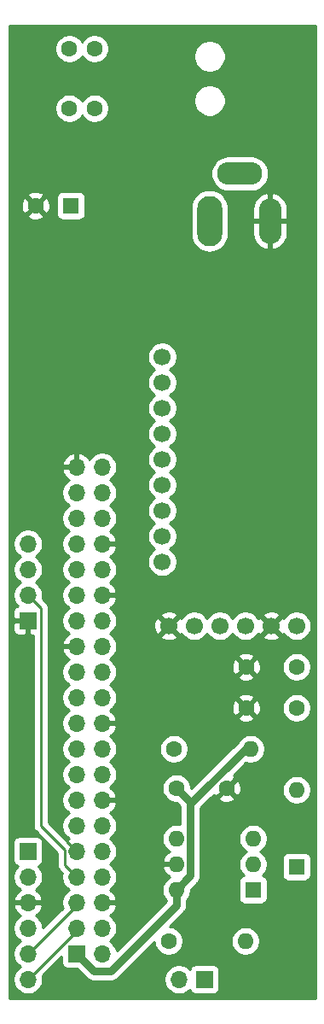
<source format=gbl>
%TF.GenerationSoftware,KiCad,Pcbnew,5.99.0+really5.1.9+dfsg1-1*%
%TF.CreationDate,2021-05-09T00:21:48+10:00*%
%TF.ProjectId,minisynth32,6d696e69-7379-46e7-9468-33322e6b6963,1.0*%
%TF.SameCoordinates,Original*%
%TF.FileFunction,Copper,L2,Bot*%
%TF.FilePolarity,Positive*%
%FSLAX46Y46*%
G04 Gerber Fmt 4.6, Leading zero omitted, Abs format (unit mm)*
G04 Created by KiCad (PCBNEW 5.99.0+really5.1.9+dfsg1-1) date 2021-05-09 00:21:48*
%MOMM*%
%LPD*%
G01*
G04 APERTURE LIST*
%TA.AperFunction,ComponentPad*%
%ADD10C,1.600200*%
%TD*%
%TA.AperFunction,ComponentPad*%
%ADD11O,1.700000X1.700000*%
%TD*%
%TA.AperFunction,ComponentPad*%
%ADD12R,1.700000X1.700000*%
%TD*%
%TA.AperFunction,ComponentPad*%
%ADD13O,4.500000X2.250000*%
%TD*%
%TA.AperFunction,ComponentPad*%
%ADD14O,2.250000X4.500000*%
%TD*%
%TA.AperFunction,ComponentPad*%
%ADD15O,2.500000X5.000000*%
%TD*%
%TA.AperFunction,ComponentPad*%
%ADD16C,1.700000*%
%TD*%
%TA.AperFunction,ComponentPad*%
%ADD17O,1.600000X1.600000*%
%TD*%
%TA.AperFunction,ComponentPad*%
%ADD18R,1.600000X1.600000*%
%TD*%
%TA.AperFunction,ComponentPad*%
%ADD19C,1.600000*%
%TD*%
%TA.AperFunction,Conductor*%
%ADD20C,0.250000*%
%TD*%
%TA.AperFunction,Conductor*%
%ADD21C,0.760000*%
%TD*%
%TA.AperFunction,Conductor*%
%ADD22C,0.254000*%
%TD*%
%TA.AperFunction,Conductor*%
%ADD23C,0.100000*%
%TD*%
G04 APERTURE END LIST*
D10*
%TO.P,SW2,4*%
%TO.N,Net-(SW2-Pad4)*%
X138684000Y-46939200D03*
%TO.P,SW2,3*%
%TO.N,Net-(SW2-Pad3)*%
X136194800Y-46939200D03*
%TO.P,SW2,2*%
%TO.N,Net-(J3-Pad1)*%
X138684000Y-52832000D03*
%TO.P,SW2,1*%
%TO.N,+5V*%
X136194800Y-52832000D03*
%TD*%
D11*
%TO.P,J5,2*%
%TO.N,Net-(J5-Pad2)*%
X147066000Y-139192000D03*
D12*
%TO.P,J5,1*%
%TO.N,Net-(D1-Pad2)*%
X149606000Y-139192000D03*
%TD*%
D11*
%TO.P,J4,4*%
%TO.N,ENC_DAT*%
X132080000Y-96012000D03*
%TO.P,J4,3*%
%TO.N,ENC_CLK*%
X132080000Y-98552000D03*
%TO.P,J4,2*%
%TO.N,ENC_BTN*%
X132080000Y-101092000D03*
D12*
%TO.P,J4,1*%
%TO.N,GND*%
X132080000Y-103632000D03*
%TD*%
D13*
%TO.P,J3,3*%
%TO.N,Net-(J3-Pad3)*%
X153114000Y-59308000D03*
D14*
%TO.P,J3,2*%
%TO.N,GND*%
X156114000Y-64008000D03*
D15*
%TO.P,J3,1*%
%TO.N,Net-(J3-Pad1)*%
X150114000Y-64008000D03*
%TD*%
D11*
%TO.P,J1,6*%
%TO.N,I2C_SDA*%
X132080000Y-139192000D03*
%TO.P,J1,5*%
%TO.N,I2C_SCL*%
X132080000Y-136652000D03*
%TO.P,J1,4*%
%TO.N,+5V*%
X132080000Y-134112000D03*
%TO.P,J1,3*%
%TO.N,GND*%
X132080000Y-131572000D03*
%TO.P,J1,2*%
%TO.N,BTN1*%
X132080000Y-129032000D03*
D12*
%TO.P,J1,1*%
%TO.N,BTN2*%
X132080000Y-126492000D03*
%TD*%
D16*
%TO.P,A1,6*%
%TO.N,+5V*%
X158750000Y-104140000D03*
%TO.P,A1,5*%
%TO.N,GND*%
X156210000Y-104140000D03*
%TO.P,A1,4*%
%TO.N,I2S_LRCLK*%
X153670000Y-104140000D03*
%TO.P,A1,3*%
%TO.N,I2S_DATA*%
X151130000Y-104140000D03*
%TO.P,A1,2*%
%TO.N,I2S_BCLK*%
X148590000Y-104140000D03*
%TO.P,A1,1*%
%TO.N,GND*%
X146050000Y-104140000D03*
%TO.P,A1,7*%
%TO.N,Net-(A1-Pad7)*%
X145415000Y-77470000D03*
%TO.P,A1,8*%
%TO.N,Net-(A1-Pad8)*%
X145415000Y-80010000D03*
%TO.P,A1,9*%
%TO.N,Net-(A1-Pad9)*%
X145415000Y-82550000D03*
%TO.P,A1,10*%
%TO.N,Net-(A1-Pad10)*%
X145415000Y-85090000D03*
%TO.P,A1,11*%
%TO.N,Net-(A1-Pad11)*%
X145415000Y-87630000D03*
%TO.P,A1,12*%
%TO.N,Net-(A1-Pad12)*%
X145415000Y-90170000D03*
%TO.P,A1,13*%
%TO.N,Net-(A1-Pad13)*%
X145415000Y-92710000D03*
%TO.P,A1,14*%
%TO.N,Net-(A1-Pad14)*%
X145415000Y-95250000D03*
%TO.P,A1,15*%
%TO.N,Net-(A1-Pad15)*%
X145415000Y-97790000D03*
%TD*%
D17*
%TO.P,U1,6*%
%TO.N,+3V3*%
X146812000Y-130302000D03*
%TO.P,U1,3*%
%TO.N,Net-(U1-Pad3)*%
X154432000Y-125222000D03*
%TO.P,U1,5*%
%TO.N,GND*%
X146812000Y-127762000D03*
%TO.P,U1,2*%
%TO.N,Net-(D1-Pad2)*%
X154432000Y-127762000D03*
%TO.P,U1,4*%
%TO.N,/GPIO15(RXD0)*%
X146812000Y-125222000D03*
D18*
%TO.P,U1,1*%
%TO.N,Net-(D1-Pad1)*%
X154432000Y-130302000D03*
%TD*%
D17*
%TO.P,R2,2*%
%TO.N,Net-(D1-Pad1)*%
X153670000Y-135382000D03*
D19*
%TO.P,R2,1*%
%TO.N,Net-(J5-Pad2)*%
X146050000Y-135382000D03*
%TD*%
D17*
%TO.P,R1,2*%
%TO.N,+3V3*%
X154178000Y-116332000D03*
D19*
%TO.P,R1,1*%
%TO.N,/GPIO15(RXD0)*%
X146558000Y-116332000D03*
%TD*%
D11*
%TO.P,J2,40*%
%TO.N,I2S_DATA*%
X139446000Y-88392000D03*
%TO.P,J2,39*%
%TO.N,GND*%
X136906000Y-88392000D03*
%TO.P,J2,38*%
%TO.N,/GPIO20(SPI1_MOSI)*%
X139446000Y-90932000D03*
%TO.P,J2,37*%
%TO.N,/GPIO26*%
X136906000Y-90932000D03*
%TO.P,J2,36*%
%TO.N,/GPIO16*%
X139446000Y-93472000D03*
%TO.P,J2,35*%
%TO.N,I2S_LRCLK*%
X136906000Y-93472000D03*
%TO.P,J2,34*%
%TO.N,GND*%
X139446000Y-96012000D03*
%TO.P,J2,33*%
%TO.N,/GPIO13(PWM1)*%
X136906000Y-96012000D03*
%TO.P,J2,32*%
%TO.N,/GPIO12(PWM0)*%
X139446000Y-98552000D03*
%TO.P,J2,31*%
%TO.N,/GPIO6*%
X136906000Y-98552000D03*
%TO.P,J2,30*%
%TO.N,GND*%
X139446000Y-101092000D03*
%TO.P,J2,29*%
%TO.N,/GPIO5*%
X136906000Y-101092000D03*
%TO.P,J2,28*%
%TO.N,/ID_SC*%
X139446000Y-103632000D03*
%TO.P,J2,27*%
%TO.N,/ID_SD*%
X136906000Y-103632000D03*
%TO.P,J2,26*%
%TO.N,/GPIO7(SPI1_CE_N)*%
X139446000Y-106172000D03*
%TO.P,J2,25*%
%TO.N,GND*%
X136906000Y-106172000D03*
%TO.P,J2,24*%
%TO.N,/GPIO8(SPI0_CE_N)*%
X139446000Y-108712000D03*
%TO.P,J2,23*%
%TO.N,/GPIO11(SPI0_CLK)*%
X136906000Y-108712000D03*
%TO.P,J2,22*%
%TO.N,/GPIO25(GEN6)*%
X139446000Y-111252000D03*
%TO.P,J2,21*%
%TO.N,/GPIO9(SPI0_MISO)*%
X136906000Y-111252000D03*
%TO.P,J2,20*%
%TO.N,GND*%
X139446000Y-113792000D03*
%TO.P,J2,19*%
%TO.N,/GPIO10(SPI0_MOSI)*%
X136906000Y-113792000D03*
%TO.P,J2,18*%
%TO.N,/GPIO24(GEN5)*%
X139446000Y-116332000D03*
%TO.P,J2,17*%
%TO.N,Net-(J2-Pad17)*%
X136906000Y-116332000D03*
%TO.P,J2,16*%
%TO.N,ENC_DAT*%
X139446000Y-118872000D03*
%TO.P,J2,15*%
%TO.N,ENC_CLK*%
X136906000Y-118872000D03*
%TO.P,J2,14*%
%TO.N,GND*%
X139446000Y-121412000D03*
%TO.P,J2,13*%
%TO.N,BTN2*%
X136906000Y-121412000D03*
%TO.P,J2,12*%
%TO.N,I2S_BCLK*%
X139446000Y-123952000D03*
%TO.P,J2,11*%
%TO.N,BTN1*%
X136906000Y-123952000D03*
%TO.P,J2,10*%
%TO.N,/GPIO15(RXD0)*%
X139446000Y-126492000D03*
%TO.P,J2,9*%
%TO.N,GND*%
X136906000Y-126492000D03*
%TO.P,J2,8*%
%TO.N,/GPIO14(TXD0)*%
X139446000Y-129032000D03*
%TO.P,J2,7*%
%TO.N,ENC_BTN*%
X136906000Y-129032000D03*
%TO.P,J2,6*%
%TO.N,GND*%
X139446000Y-131572000D03*
%TO.P,J2,5*%
%TO.N,I2C_SCL*%
X136906000Y-131572000D03*
%TO.P,J2,4*%
%TO.N,+5V*%
X139446000Y-134112000D03*
%TO.P,J2,3*%
%TO.N,I2C_SDA*%
X136906000Y-134112000D03*
%TO.P,J2,2*%
%TO.N,+5V*%
X139446000Y-136652000D03*
D12*
%TO.P,J2,1*%
%TO.N,+3V3*%
X136906000Y-136652000D03*
%TD*%
D17*
%TO.P,D1,2*%
%TO.N,Net-(D1-Pad2)*%
X158750000Y-120396000D03*
D18*
%TO.P,D1,1*%
%TO.N,Net-(D1-Pad1)*%
X158750000Y-128016000D03*
%TD*%
D19*
%TO.P,C4,2*%
%TO.N,GND*%
X153750000Y-112268000D03*
%TO.P,C4,1*%
%TO.N,+5V*%
X158750000Y-112268000D03*
%TD*%
%TO.P,C3,2*%
%TO.N,GND*%
X153750000Y-108204000D03*
%TO.P,C3,1*%
%TO.N,+5V*%
X158750000Y-108204000D03*
%TD*%
%TO.P,C2,2*%
%TO.N,GND*%
X151812000Y-120222000D03*
%TO.P,C2,1*%
%TO.N,+3V3*%
X146812000Y-120222000D03*
%TD*%
%TO.P,C1,2*%
%TO.N,GND*%
X132842000Y-62484000D03*
D18*
%TO.P,C1,1*%
%TO.N,+5V*%
X136342000Y-62484000D03*
%TD*%
D20*
%TO.N,GND*%
X136906000Y-126492000D02*
X135890000Y-125476000D01*
D21*
%TO.N,+3V3*%
X146812000Y-131846402D02*
X146812000Y-130302000D01*
X140276401Y-138382001D02*
X146812000Y-131846402D01*
X138636001Y-138382001D02*
X140276401Y-138382001D01*
X136906000Y-136652000D02*
X138636001Y-138382001D01*
X153659598Y-116332000D02*
X154178000Y-116332000D01*
X148192001Y-121799597D02*
X153659598Y-116332000D01*
X148192001Y-128921999D02*
X148192001Y-121799597D01*
X146812000Y-130302000D02*
X148192001Y-128921999D01*
X148192001Y-121602001D02*
X148192001Y-121799597D01*
X146812000Y-120222000D02*
X148192001Y-121602001D01*
D20*
%TO.N,I2C_SDA*%
X136906000Y-134366000D02*
X136906000Y-134112000D01*
X132080000Y-139192000D02*
X136906000Y-134366000D01*
%TO.N,I2C_SCL*%
X136906000Y-131826000D02*
X136906000Y-131572000D01*
X132080000Y-136652000D02*
X136906000Y-131826000D01*
%TO.N,ENC_BTN*%
X135730999Y-126332999D02*
X133350000Y-123952000D01*
X135730999Y-127856999D02*
X135730999Y-126332999D01*
X136906000Y-129032000D02*
X135730999Y-127856999D01*
X133350000Y-102362000D02*
X132080000Y-101092000D01*
X133350000Y-123952000D02*
X133350000Y-102362000D01*
%TD*%
D22*
%TO.N,GND*%
X160630000Y-141072000D02*
X130200000Y-141072000D01*
X130200000Y-125642000D01*
X130591928Y-125642000D01*
X130591928Y-127342000D01*
X130604188Y-127466482D01*
X130640498Y-127586180D01*
X130699463Y-127696494D01*
X130778815Y-127793185D01*
X130875506Y-127872537D01*
X130985820Y-127931502D01*
X131058380Y-127953513D01*
X130926525Y-128085368D01*
X130764010Y-128328589D01*
X130652068Y-128598842D01*
X130595000Y-128885740D01*
X130595000Y-129178260D01*
X130652068Y-129465158D01*
X130764010Y-129735411D01*
X130926525Y-129978632D01*
X131133368Y-130185475D01*
X131315534Y-130307195D01*
X131198645Y-130376822D01*
X130982412Y-130571731D01*
X130808359Y-130805080D01*
X130683175Y-131067901D01*
X130638524Y-131215110D01*
X130759845Y-131445000D01*
X131953000Y-131445000D01*
X131953000Y-131425000D01*
X132207000Y-131425000D01*
X132207000Y-131445000D01*
X133400155Y-131445000D01*
X133521476Y-131215110D01*
X133476825Y-131067901D01*
X133351641Y-130805080D01*
X133177588Y-130571731D01*
X132961355Y-130376822D01*
X132844466Y-130307195D01*
X133026632Y-130185475D01*
X133233475Y-129978632D01*
X133395990Y-129735411D01*
X133507932Y-129465158D01*
X133565000Y-129178260D01*
X133565000Y-128885740D01*
X133507932Y-128598842D01*
X133395990Y-128328589D01*
X133233475Y-128085368D01*
X133101620Y-127953513D01*
X133174180Y-127931502D01*
X133284494Y-127872537D01*
X133381185Y-127793185D01*
X133460537Y-127696494D01*
X133519502Y-127586180D01*
X133555812Y-127466482D01*
X133568072Y-127342000D01*
X133568072Y-125642000D01*
X133555812Y-125517518D01*
X133519502Y-125397820D01*
X133460537Y-125287506D01*
X133381185Y-125190815D01*
X133284494Y-125111463D01*
X133174180Y-125052498D01*
X133054482Y-125016188D01*
X132930000Y-125003928D01*
X131230000Y-125003928D01*
X131105518Y-125016188D01*
X130985820Y-125052498D01*
X130875506Y-125111463D01*
X130778815Y-125190815D01*
X130699463Y-125287506D01*
X130640498Y-125397820D01*
X130604188Y-125517518D01*
X130591928Y-125642000D01*
X130200000Y-125642000D01*
X130200000Y-104482000D01*
X130591928Y-104482000D01*
X130604188Y-104606482D01*
X130640498Y-104726180D01*
X130699463Y-104836494D01*
X130778815Y-104933185D01*
X130875506Y-105012537D01*
X130985820Y-105071502D01*
X131105518Y-105107812D01*
X131230000Y-105120072D01*
X131794250Y-105117000D01*
X131953000Y-104958250D01*
X131953000Y-103759000D01*
X130753750Y-103759000D01*
X130595000Y-103917750D01*
X130591928Y-104482000D01*
X130200000Y-104482000D01*
X130200000Y-102782000D01*
X130591928Y-102782000D01*
X130595000Y-103346250D01*
X130753750Y-103505000D01*
X131953000Y-103505000D01*
X131953000Y-103485000D01*
X132207000Y-103485000D01*
X132207000Y-103505000D01*
X132227000Y-103505000D01*
X132227000Y-103759000D01*
X132207000Y-103759000D01*
X132207000Y-104958250D01*
X132365750Y-105117000D01*
X132590001Y-105118221D01*
X132590000Y-123914678D01*
X132586324Y-123952000D01*
X132590000Y-123989322D01*
X132590000Y-123989332D01*
X132600997Y-124100985D01*
X132644454Y-124244246D01*
X132715026Y-124376276D01*
X132754871Y-124424826D01*
X132809999Y-124492001D01*
X132839003Y-124515804D01*
X134971000Y-126647802D01*
X134970999Y-127819676D01*
X134967323Y-127856999D01*
X134970999Y-127894321D01*
X134970999Y-127894331D01*
X134981996Y-128005984D01*
X135013864Y-128111039D01*
X135025453Y-128149245D01*
X135096025Y-128281275D01*
X135134855Y-128328589D01*
X135190998Y-128397000D01*
X135220002Y-128420803D01*
X135464791Y-128665592D01*
X135421000Y-128885740D01*
X135421000Y-129178260D01*
X135478068Y-129465158D01*
X135590010Y-129735411D01*
X135752525Y-129978632D01*
X135959368Y-130185475D01*
X136133760Y-130302000D01*
X135959368Y-130418525D01*
X135752525Y-130625368D01*
X135590010Y-130868589D01*
X135478068Y-131138842D01*
X135421000Y-131425740D01*
X135421000Y-131718260D01*
X135478068Y-132005158D01*
X135529023Y-132128175D01*
X133565000Y-134092199D01*
X133565000Y-133965740D01*
X133507932Y-133678842D01*
X133395990Y-133408589D01*
X133233475Y-133165368D01*
X133026632Y-132958525D01*
X132844466Y-132836805D01*
X132961355Y-132767178D01*
X133177588Y-132572269D01*
X133351641Y-132338920D01*
X133476825Y-132076099D01*
X133521476Y-131928890D01*
X133400155Y-131699000D01*
X132207000Y-131699000D01*
X132207000Y-131719000D01*
X131953000Y-131719000D01*
X131953000Y-131699000D01*
X130759845Y-131699000D01*
X130638524Y-131928890D01*
X130683175Y-132076099D01*
X130808359Y-132338920D01*
X130982412Y-132572269D01*
X131198645Y-132767178D01*
X131315534Y-132836805D01*
X131133368Y-132958525D01*
X130926525Y-133165368D01*
X130764010Y-133408589D01*
X130652068Y-133678842D01*
X130595000Y-133965740D01*
X130595000Y-134258260D01*
X130652068Y-134545158D01*
X130764010Y-134815411D01*
X130926525Y-135058632D01*
X131133368Y-135265475D01*
X131307760Y-135382000D01*
X131133368Y-135498525D01*
X130926525Y-135705368D01*
X130764010Y-135948589D01*
X130652068Y-136218842D01*
X130595000Y-136505740D01*
X130595000Y-136798260D01*
X130652068Y-137085158D01*
X130764010Y-137355411D01*
X130926525Y-137598632D01*
X131133368Y-137805475D01*
X131307760Y-137922000D01*
X131133368Y-138038525D01*
X130926525Y-138245368D01*
X130764010Y-138488589D01*
X130652068Y-138758842D01*
X130595000Y-139045740D01*
X130595000Y-139338260D01*
X130652068Y-139625158D01*
X130764010Y-139895411D01*
X130926525Y-140138632D01*
X131133368Y-140345475D01*
X131376589Y-140507990D01*
X131646842Y-140619932D01*
X131933740Y-140677000D01*
X132226260Y-140677000D01*
X132513158Y-140619932D01*
X132783411Y-140507990D01*
X133026632Y-140345475D01*
X133233475Y-140138632D01*
X133395990Y-139895411D01*
X133507932Y-139625158D01*
X133565000Y-139338260D01*
X133565000Y-139045740D01*
X133521209Y-138825592D01*
X135417928Y-136928874D01*
X135417928Y-137502000D01*
X135430188Y-137626482D01*
X135466498Y-137746180D01*
X135525463Y-137856494D01*
X135604815Y-137953185D01*
X135701506Y-138032537D01*
X135811820Y-138091502D01*
X135931518Y-138127812D01*
X136056000Y-138140072D01*
X136958647Y-138140072D01*
X137883026Y-139064452D01*
X137914815Y-139103187D01*
X138005288Y-139177437D01*
X138069368Y-139230026D01*
X138245697Y-139324276D01*
X138290228Y-139337784D01*
X138437026Y-139382315D01*
X138586138Y-139397001D01*
X138586140Y-139397001D01*
X138636001Y-139401912D01*
X138685861Y-139397001D01*
X140226541Y-139397001D01*
X140276401Y-139401912D01*
X140326261Y-139397001D01*
X140326264Y-139397001D01*
X140475376Y-139382315D01*
X140666704Y-139324276D01*
X140843033Y-139230026D01*
X140997587Y-139103187D01*
X141029380Y-139064447D01*
X141048087Y-139045740D01*
X145581000Y-139045740D01*
X145581000Y-139338260D01*
X145638068Y-139625158D01*
X145750010Y-139895411D01*
X145912525Y-140138632D01*
X146119368Y-140345475D01*
X146362589Y-140507990D01*
X146632842Y-140619932D01*
X146919740Y-140677000D01*
X147212260Y-140677000D01*
X147499158Y-140619932D01*
X147769411Y-140507990D01*
X148012632Y-140345475D01*
X148144487Y-140213620D01*
X148166498Y-140286180D01*
X148225463Y-140396494D01*
X148304815Y-140493185D01*
X148401506Y-140572537D01*
X148511820Y-140631502D01*
X148631518Y-140667812D01*
X148756000Y-140680072D01*
X150456000Y-140680072D01*
X150580482Y-140667812D01*
X150700180Y-140631502D01*
X150810494Y-140572537D01*
X150907185Y-140493185D01*
X150986537Y-140396494D01*
X151045502Y-140286180D01*
X151081812Y-140166482D01*
X151094072Y-140042000D01*
X151094072Y-138342000D01*
X151081812Y-138217518D01*
X151045502Y-138097820D01*
X150986537Y-137987506D01*
X150907185Y-137890815D01*
X150810494Y-137811463D01*
X150700180Y-137752498D01*
X150580482Y-137716188D01*
X150456000Y-137703928D01*
X148756000Y-137703928D01*
X148631518Y-137716188D01*
X148511820Y-137752498D01*
X148401506Y-137811463D01*
X148304815Y-137890815D01*
X148225463Y-137987506D01*
X148166498Y-138097820D01*
X148144487Y-138170380D01*
X148012632Y-138038525D01*
X147769411Y-137876010D01*
X147499158Y-137764068D01*
X147212260Y-137707000D01*
X146919740Y-137707000D01*
X146632842Y-137764068D01*
X146362589Y-137876010D01*
X146119368Y-138038525D01*
X145912525Y-138245368D01*
X145750010Y-138488589D01*
X145638068Y-138758842D01*
X145581000Y-139045740D01*
X141048087Y-139045740D01*
X144615000Y-135478828D01*
X144615000Y-135523335D01*
X144670147Y-135800574D01*
X144778320Y-136061727D01*
X144935363Y-136296759D01*
X145135241Y-136496637D01*
X145370273Y-136653680D01*
X145631426Y-136761853D01*
X145908665Y-136817000D01*
X146191335Y-136817000D01*
X146468574Y-136761853D01*
X146729727Y-136653680D01*
X146964759Y-136496637D01*
X147164637Y-136296759D01*
X147321680Y-136061727D01*
X147429853Y-135800574D01*
X147485000Y-135523335D01*
X147485000Y-135240665D01*
X152235000Y-135240665D01*
X152235000Y-135523335D01*
X152290147Y-135800574D01*
X152398320Y-136061727D01*
X152555363Y-136296759D01*
X152755241Y-136496637D01*
X152990273Y-136653680D01*
X153251426Y-136761853D01*
X153528665Y-136817000D01*
X153811335Y-136817000D01*
X154088574Y-136761853D01*
X154349727Y-136653680D01*
X154584759Y-136496637D01*
X154784637Y-136296759D01*
X154941680Y-136061727D01*
X155049853Y-135800574D01*
X155105000Y-135523335D01*
X155105000Y-135240665D01*
X155049853Y-134963426D01*
X154941680Y-134702273D01*
X154784637Y-134467241D01*
X154584759Y-134267363D01*
X154349727Y-134110320D01*
X154088574Y-134002147D01*
X153811335Y-133947000D01*
X153528665Y-133947000D01*
X153251426Y-134002147D01*
X152990273Y-134110320D01*
X152755241Y-134267363D01*
X152555363Y-134467241D01*
X152398320Y-134702273D01*
X152290147Y-134963426D01*
X152235000Y-135240665D01*
X147485000Y-135240665D01*
X147429853Y-134963426D01*
X147321680Y-134702273D01*
X147164637Y-134467241D01*
X146964759Y-134267363D01*
X146729727Y-134110320D01*
X146468574Y-134002147D01*
X146191335Y-133947000D01*
X146146829Y-133947000D01*
X147494457Y-132599372D01*
X147533186Y-132567588D01*
X147620682Y-132460974D01*
X147660025Y-132413035D01*
X147754275Y-132236705D01*
X147754275Y-132236704D01*
X147812314Y-132045377D01*
X147827000Y-131896265D01*
X147827000Y-131896263D01*
X147831911Y-131846402D01*
X147827000Y-131796541D01*
X147827000Y-131316396D01*
X147926637Y-131216759D01*
X148083680Y-130981727D01*
X148191853Y-130720574D01*
X148247000Y-130443335D01*
X148247000Y-130302426D01*
X148874457Y-129674970D01*
X148913187Y-129643185D01*
X148952076Y-129595799D01*
X149029055Y-129502000D01*
X152993928Y-129502000D01*
X152993928Y-131102000D01*
X153006188Y-131226482D01*
X153042498Y-131346180D01*
X153101463Y-131456494D01*
X153180815Y-131553185D01*
X153277506Y-131632537D01*
X153387820Y-131691502D01*
X153507518Y-131727812D01*
X153632000Y-131740072D01*
X155232000Y-131740072D01*
X155356482Y-131727812D01*
X155476180Y-131691502D01*
X155586494Y-131632537D01*
X155683185Y-131553185D01*
X155762537Y-131456494D01*
X155821502Y-131346180D01*
X155857812Y-131226482D01*
X155870072Y-131102000D01*
X155870072Y-129502000D01*
X155857812Y-129377518D01*
X155821502Y-129257820D01*
X155762537Y-129147506D01*
X155683185Y-129050815D01*
X155586494Y-128971463D01*
X155476180Y-128912498D01*
X155356482Y-128876188D01*
X155348039Y-128875357D01*
X155546637Y-128676759D01*
X155703680Y-128441727D01*
X155811853Y-128180574D01*
X155867000Y-127903335D01*
X155867000Y-127620665D01*
X155811853Y-127343426D01*
X155759072Y-127216000D01*
X157311928Y-127216000D01*
X157311928Y-128816000D01*
X157324188Y-128940482D01*
X157360498Y-129060180D01*
X157419463Y-129170494D01*
X157498815Y-129267185D01*
X157595506Y-129346537D01*
X157705820Y-129405502D01*
X157825518Y-129441812D01*
X157950000Y-129454072D01*
X159550000Y-129454072D01*
X159674482Y-129441812D01*
X159794180Y-129405502D01*
X159904494Y-129346537D01*
X160001185Y-129267185D01*
X160080537Y-129170494D01*
X160139502Y-129060180D01*
X160175812Y-128940482D01*
X160188072Y-128816000D01*
X160188072Y-127216000D01*
X160175812Y-127091518D01*
X160139502Y-126971820D01*
X160080537Y-126861506D01*
X160001185Y-126764815D01*
X159904494Y-126685463D01*
X159794180Y-126626498D01*
X159674482Y-126590188D01*
X159550000Y-126577928D01*
X157950000Y-126577928D01*
X157825518Y-126590188D01*
X157705820Y-126626498D01*
X157595506Y-126685463D01*
X157498815Y-126764815D01*
X157419463Y-126861506D01*
X157360498Y-126971820D01*
X157324188Y-127091518D01*
X157311928Y-127216000D01*
X155759072Y-127216000D01*
X155703680Y-127082273D01*
X155546637Y-126847241D01*
X155346759Y-126647363D01*
X155114241Y-126492000D01*
X155346759Y-126336637D01*
X155546637Y-126136759D01*
X155703680Y-125901727D01*
X155811853Y-125640574D01*
X155867000Y-125363335D01*
X155867000Y-125080665D01*
X155811853Y-124803426D01*
X155703680Y-124542273D01*
X155546637Y-124307241D01*
X155346759Y-124107363D01*
X155111727Y-123950320D01*
X154850574Y-123842147D01*
X154573335Y-123787000D01*
X154290665Y-123787000D01*
X154013426Y-123842147D01*
X153752273Y-123950320D01*
X153517241Y-124107363D01*
X153317363Y-124307241D01*
X153160320Y-124542273D01*
X153052147Y-124803426D01*
X152997000Y-125080665D01*
X152997000Y-125363335D01*
X153052147Y-125640574D01*
X153160320Y-125901727D01*
X153317363Y-126136759D01*
X153517241Y-126336637D01*
X153749759Y-126492000D01*
X153517241Y-126647363D01*
X153317363Y-126847241D01*
X153160320Y-127082273D01*
X153052147Y-127343426D01*
X152997000Y-127620665D01*
X152997000Y-127903335D01*
X153052147Y-128180574D01*
X153160320Y-128441727D01*
X153317363Y-128676759D01*
X153515961Y-128875357D01*
X153507518Y-128876188D01*
X153387820Y-128912498D01*
X153277506Y-128971463D01*
X153180815Y-129050815D01*
X153101463Y-129147506D01*
X153042498Y-129257820D01*
X153006188Y-129377518D01*
X152993928Y-129502000D01*
X149029055Y-129502000D01*
X149040026Y-129488632D01*
X149115977Y-129346537D01*
X149134276Y-129312302D01*
X149192315Y-129120974D01*
X149207001Y-128971862D01*
X149207001Y-128971853D01*
X149211911Y-128922000D01*
X149207001Y-128872147D01*
X149207001Y-122220022D01*
X150212321Y-121214702D01*
X150998903Y-121214702D01*
X151070486Y-121458671D01*
X151325996Y-121579571D01*
X151600184Y-121648300D01*
X151882512Y-121662217D01*
X152162130Y-121620787D01*
X152428292Y-121525603D01*
X152553514Y-121458671D01*
X152625097Y-121214702D01*
X151812000Y-120401605D01*
X150998903Y-121214702D01*
X150212321Y-121214702D01*
X150536379Y-120890644D01*
X150575329Y-120963514D01*
X150819298Y-121035097D01*
X151632395Y-120222000D01*
X151991605Y-120222000D01*
X152804702Y-121035097D01*
X153048671Y-120963514D01*
X153169571Y-120708004D01*
X153238300Y-120433816D01*
X153247131Y-120254665D01*
X157315000Y-120254665D01*
X157315000Y-120537335D01*
X157370147Y-120814574D01*
X157478320Y-121075727D01*
X157635363Y-121310759D01*
X157835241Y-121510637D01*
X158070273Y-121667680D01*
X158331426Y-121775853D01*
X158608665Y-121831000D01*
X158891335Y-121831000D01*
X159168574Y-121775853D01*
X159429727Y-121667680D01*
X159664759Y-121510637D01*
X159864637Y-121310759D01*
X160021680Y-121075727D01*
X160129853Y-120814574D01*
X160185000Y-120537335D01*
X160185000Y-120254665D01*
X160129853Y-119977426D01*
X160021680Y-119716273D01*
X159864637Y-119481241D01*
X159664759Y-119281363D01*
X159429727Y-119124320D01*
X159168574Y-119016147D01*
X158891335Y-118961000D01*
X158608665Y-118961000D01*
X158331426Y-119016147D01*
X158070273Y-119124320D01*
X157835241Y-119281363D01*
X157635363Y-119481241D01*
X157478320Y-119716273D01*
X157370147Y-119977426D01*
X157315000Y-120254665D01*
X153247131Y-120254665D01*
X153252217Y-120151488D01*
X153210787Y-119871870D01*
X153115603Y-119605708D01*
X153048671Y-119480486D01*
X152804702Y-119408903D01*
X151991605Y-120222000D01*
X151632395Y-120222000D01*
X151618253Y-120207858D01*
X151797858Y-120028253D01*
X151812000Y-120042395D01*
X152625097Y-119229298D01*
X152553514Y-118985329D01*
X152477610Y-118949413D01*
X153728133Y-117698891D01*
X153759426Y-117711853D01*
X154036665Y-117767000D01*
X154319335Y-117767000D01*
X154596574Y-117711853D01*
X154857727Y-117603680D01*
X155092759Y-117446637D01*
X155292637Y-117246759D01*
X155449680Y-117011727D01*
X155557853Y-116750574D01*
X155613000Y-116473335D01*
X155613000Y-116190665D01*
X155557853Y-115913426D01*
X155449680Y-115652273D01*
X155292637Y-115417241D01*
X155092759Y-115217363D01*
X154857727Y-115060320D01*
X154596574Y-114952147D01*
X154319335Y-114897000D01*
X154036665Y-114897000D01*
X153759426Y-114952147D01*
X153498273Y-115060320D01*
X153263241Y-115217363D01*
X153063363Y-115417241D01*
X152914787Y-115639601D01*
X152906623Y-115649549D01*
X148290799Y-120265373D01*
X148247000Y-120221574D01*
X148247000Y-120080665D01*
X148191853Y-119803426D01*
X148083680Y-119542273D01*
X147926637Y-119307241D01*
X147726759Y-119107363D01*
X147491727Y-118950320D01*
X147230574Y-118842147D01*
X146953335Y-118787000D01*
X146670665Y-118787000D01*
X146393426Y-118842147D01*
X146132273Y-118950320D01*
X145897241Y-119107363D01*
X145697363Y-119307241D01*
X145540320Y-119542273D01*
X145432147Y-119803426D01*
X145377000Y-120080665D01*
X145377000Y-120363335D01*
X145432147Y-120640574D01*
X145540320Y-120901727D01*
X145697363Y-121136759D01*
X145897241Y-121336637D01*
X146132273Y-121493680D01*
X146393426Y-121601853D01*
X146670665Y-121657000D01*
X146811574Y-121657000D01*
X147177002Y-122022429D01*
X147177002Y-123831491D01*
X146953335Y-123787000D01*
X146670665Y-123787000D01*
X146393426Y-123842147D01*
X146132273Y-123950320D01*
X145897241Y-124107363D01*
X145697363Y-124307241D01*
X145540320Y-124542273D01*
X145432147Y-124803426D01*
X145377000Y-125080665D01*
X145377000Y-125363335D01*
X145432147Y-125640574D01*
X145540320Y-125901727D01*
X145697363Y-126136759D01*
X145897241Y-126336637D01*
X146132273Y-126493680D01*
X146142865Y-126498067D01*
X145956869Y-126609615D01*
X145748481Y-126798586D01*
X145580963Y-127024580D01*
X145460754Y-127278913D01*
X145420096Y-127412961D01*
X145542085Y-127635000D01*
X146685000Y-127635000D01*
X146685000Y-127615000D01*
X146939000Y-127615000D01*
X146939000Y-127635000D01*
X146959000Y-127635000D01*
X146959000Y-127889000D01*
X146939000Y-127889000D01*
X146939000Y-127909000D01*
X146685000Y-127909000D01*
X146685000Y-127889000D01*
X145542085Y-127889000D01*
X145420096Y-128111039D01*
X145460754Y-128245087D01*
X145580963Y-128499420D01*
X145748481Y-128725414D01*
X145956869Y-128914385D01*
X146142865Y-129025933D01*
X146132273Y-129030320D01*
X145897241Y-129187363D01*
X145697363Y-129387241D01*
X145540320Y-129622273D01*
X145432147Y-129883426D01*
X145377000Y-130160665D01*
X145377000Y-130443335D01*
X145432147Y-130720574D01*
X145540320Y-130981727D01*
X145697363Y-131216759D01*
X145797000Y-131316396D01*
X145797000Y-131425975D01*
X140895534Y-136327442D01*
X140873932Y-136218842D01*
X140761990Y-135948589D01*
X140599475Y-135705368D01*
X140392632Y-135498525D01*
X140218240Y-135382000D01*
X140392632Y-135265475D01*
X140599475Y-135058632D01*
X140761990Y-134815411D01*
X140873932Y-134545158D01*
X140931000Y-134258260D01*
X140931000Y-133965740D01*
X140873932Y-133678842D01*
X140761990Y-133408589D01*
X140599475Y-133165368D01*
X140392632Y-132958525D01*
X140210466Y-132836805D01*
X140327355Y-132767178D01*
X140543588Y-132572269D01*
X140717641Y-132338920D01*
X140842825Y-132076099D01*
X140887476Y-131928890D01*
X140766155Y-131699000D01*
X139573000Y-131699000D01*
X139573000Y-131719000D01*
X139319000Y-131719000D01*
X139319000Y-131699000D01*
X139299000Y-131699000D01*
X139299000Y-131445000D01*
X139319000Y-131445000D01*
X139319000Y-131425000D01*
X139573000Y-131425000D01*
X139573000Y-131445000D01*
X140766155Y-131445000D01*
X140887476Y-131215110D01*
X140842825Y-131067901D01*
X140717641Y-130805080D01*
X140543588Y-130571731D01*
X140327355Y-130376822D01*
X140210466Y-130307195D01*
X140392632Y-130185475D01*
X140599475Y-129978632D01*
X140761990Y-129735411D01*
X140873932Y-129465158D01*
X140931000Y-129178260D01*
X140931000Y-128885740D01*
X140873932Y-128598842D01*
X140761990Y-128328589D01*
X140599475Y-128085368D01*
X140392632Y-127878525D01*
X140218240Y-127762000D01*
X140392632Y-127645475D01*
X140599475Y-127438632D01*
X140761990Y-127195411D01*
X140873932Y-126925158D01*
X140931000Y-126638260D01*
X140931000Y-126345740D01*
X140873932Y-126058842D01*
X140761990Y-125788589D01*
X140599475Y-125545368D01*
X140392632Y-125338525D01*
X140218240Y-125222000D01*
X140392632Y-125105475D01*
X140599475Y-124898632D01*
X140761990Y-124655411D01*
X140873932Y-124385158D01*
X140931000Y-124098260D01*
X140931000Y-123805740D01*
X140873932Y-123518842D01*
X140761990Y-123248589D01*
X140599475Y-123005368D01*
X140392632Y-122798525D01*
X140210466Y-122676805D01*
X140327355Y-122607178D01*
X140543588Y-122412269D01*
X140717641Y-122178920D01*
X140842825Y-121916099D01*
X140887476Y-121768890D01*
X140766155Y-121539000D01*
X139573000Y-121539000D01*
X139573000Y-121559000D01*
X139319000Y-121559000D01*
X139319000Y-121539000D01*
X139299000Y-121539000D01*
X139299000Y-121285000D01*
X139319000Y-121285000D01*
X139319000Y-121265000D01*
X139573000Y-121265000D01*
X139573000Y-121285000D01*
X140766155Y-121285000D01*
X140887476Y-121055110D01*
X140842825Y-120907901D01*
X140717641Y-120645080D01*
X140543588Y-120411731D01*
X140327355Y-120216822D01*
X140210466Y-120147195D01*
X140392632Y-120025475D01*
X140599475Y-119818632D01*
X140761990Y-119575411D01*
X140873932Y-119305158D01*
X140931000Y-119018260D01*
X140931000Y-118725740D01*
X140873932Y-118438842D01*
X140761990Y-118168589D01*
X140599475Y-117925368D01*
X140392632Y-117718525D01*
X140218240Y-117602000D01*
X140392632Y-117485475D01*
X140599475Y-117278632D01*
X140761990Y-117035411D01*
X140873932Y-116765158D01*
X140931000Y-116478260D01*
X140931000Y-116190665D01*
X145123000Y-116190665D01*
X145123000Y-116473335D01*
X145178147Y-116750574D01*
X145286320Y-117011727D01*
X145443363Y-117246759D01*
X145643241Y-117446637D01*
X145878273Y-117603680D01*
X146139426Y-117711853D01*
X146416665Y-117767000D01*
X146699335Y-117767000D01*
X146976574Y-117711853D01*
X147237727Y-117603680D01*
X147472759Y-117446637D01*
X147672637Y-117246759D01*
X147829680Y-117011727D01*
X147937853Y-116750574D01*
X147993000Y-116473335D01*
X147993000Y-116190665D01*
X147937853Y-115913426D01*
X147829680Y-115652273D01*
X147672637Y-115417241D01*
X147472759Y-115217363D01*
X147237727Y-115060320D01*
X146976574Y-114952147D01*
X146699335Y-114897000D01*
X146416665Y-114897000D01*
X146139426Y-114952147D01*
X145878273Y-115060320D01*
X145643241Y-115217363D01*
X145443363Y-115417241D01*
X145286320Y-115652273D01*
X145178147Y-115913426D01*
X145123000Y-116190665D01*
X140931000Y-116190665D01*
X140931000Y-116185740D01*
X140873932Y-115898842D01*
X140761990Y-115628589D01*
X140599475Y-115385368D01*
X140392632Y-115178525D01*
X140210466Y-115056805D01*
X140327355Y-114987178D01*
X140543588Y-114792269D01*
X140717641Y-114558920D01*
X140842825Y-114296099D01*
X140887476Y-114148890D01*
X140766155Y-113919000D01*
X139573000Y-113919000D01*
X139573000Y-113939000D01*
X139319000Y-113939000D01*
X139319000Y-113919000D01*
X139299000Y-113919000D01*
X139299000Y-113665000D01*
X139319000Y-113665000D01*
X139319000Y-113645000D01*
X139573000Y-113645000D01*
X139573000Y-113665000D01*
X140766155Y-113665000D01*
X140887476Y-113435110D01*
X140842825Y-113287901D01*
X140829870Y-113260702D01*
X152936903Y-113260702D01*
X153008486Y-113504671D01*
X153263996Y-113625571D01*
X153538184Y-113694300D01*
X153820512Y-113708217D01*
X154100130Y-113666787D01*
X154366292Y-113571603D01*
X154491514Y-113504671D01*
X154563097Y-113260702D01*
X153750000Y-112447605D01*
X152936903Y-113260702D01*
X140829870Y-113260702D01*
X140717641Y-113025080D01*
X140543588Y-112791731D01*
X140327355Y-112596822D01*
X140210466Y-112527195D01*
X140392632Y-112405475D01*
X140459595Y-112338512D01*
X152309783Y-112338512D01*
X152351213Y-112618130D01*
X152446397Y-112884292D01*
X152513329Y-113009514D01*
X152757298Y-113081097D01*
X153570395Y-112268000D01*
X153929605Y-112268000D01*
X154742702Y-113081097D01*
X154986671Y-113009514D01*
X155107571Y-112754004D01*
X155176300Y-112479816D01*
X155190217Y-112197488D01*
X155179724Y-112126665D01*
X157315000Y-112126665D01*
X157315000Y-112409335D01*
X157370147Y-112686574D01*
X157478320Y-112947727D01*
X157635363Y-113182759D01*
X157835241Y-113382637D01*
X158070273Y-113539680D01*
X158331426Y-113647853D01*
X158608665Y-113703000D01*
X158891335Y-113703000D01*
X159168574Y-113647853D01*
X159429727Y-113539680D01*
X159664759Y-113382637D01*
X159864637Y-113182759D01*
X160021680Y-112947727D01*
X160129853Y-112686574D01*
X160185000Y-112409335D01*
X160185000Y-112126665D01*
X160129853Y-111849426D01*
X160021680Y-111588273D01*
X159864637Y-111353241D01*
X159664759Y-111153363D01*
X159429727Y-110996320D01*
X159168574Y-110888147D01*
X158891335Y-110833000D01*
X158608665Y-110833000D01*
X158331426Y-110888147D01*
X158070273Y-110996320D01*
X157835241Y-111153363D01*
X157635363Y-111353241D01*
X157478320Y-111588273D01*
X157370147Y-111849426D01*
X157315000Y-112126665D01*
X155179724Y-112126665D01*
X155148787Y-111917870D01*
X155053603Y-111651708D01*
X154986671Y-111526486D01*
X154742702Y-111454903D01*
X153929605Y-112268000D01*
X153570395Y-112268000D01*
X152757298Y-111454903D01*
X152513329Y-111526486D01*
X152392429Y-111781996D01*
X152323700Y-112056184D01*
X152309783Y-112338512D01*
X140459595Y-112338512D01*
X140599475Y-112198632D01*
X140761990Y-111955411D01*
X140873932Y-111685158D01*
X140931000Y-111398260D01*
X140931000Y-111275298D01*
X152936903Y-111275298D01*
X153750000Y-112088395D01*
X154563097Y-111275298D01*
X154491514Y-111031329D01*
X154236004Y-110910429D01*
X153961816Y-110841700D01*
X153679488Y-110827783D01*
X153399870Y-110869213D01*
X153133708Y-110964397D01*
X153008486Y-111031329D01*
X152936903Y-111275298D01*
X140931000Y-111275298D01*
X140931000Y-111105740D01*
X140873932Y-110818842D01*
X140761990Y-110548589D01*
X140599475Y-110305368D01*
X140392632Y-110098525D01*
X140218240Y-109982000D01*
X140392632Y-109865475D01*
X140599475Y-109658632D01*
X140761990Y-109415411D01*
X140852581Y-109196702D01*
X152936903Y-109196702D01*
X153008486Y-109440671D01*
X153263996Y-109561571D01*
X153538184Y-109630300D01*
X153820512Y-109644217D01*
X154100130Y-109602787D01*
X154366292Y-109507603D01*
X154491514Y-109440671D01*
X154563097Y-109196702D01*
X153750000Y-108383605D01*
X152936903Y-109196702D01*
X140852581Y-109196702D01*
X140873932Y-109145158D01*
X140931000Y-108858260D01*
X140931000Y-108565740D01*
X140873932Y-108278842D01*
X140872139Y-108274512D01*
X152309783Y-108274512D01*
X152351213Y-108554130D01*
X152446397Y-108820292D01*
X152513329Y-108945514D01*
X152757298Y-109017097D01*
X153570395Y-108204000D01*
X153929605Y-108204000D01*
X154742702Y-109017097D01*
X154986671Y-108945514D01*
X155107571Y-108690004D01*
X155176300Y-108415816D01*
X155190217Y-108133488D01*
X155179724Y-108062665D01*
X157315000Y-108062665D01*
X157315000Y-108345335D01*
X157370147Y-108622574D01*
X157478320Y-108883727D01*
X157635363Y-109118759D01*
X157835241Y-109318637D01*
X158070273Y-109475680D01*
X158331426Y-109583853D01*
X158608665Y-109639000D01*
X158891335Y-109639000D01*
X159168574Y-109583853D01*
X159429727Y-109475680D01*
X159664759Y-109318637D01*
X159864637Y-109118759D01*
X160021680Y-108883727D01*
X160129853Y-108622574D01*
X160185000Y-108345335D01*
X160185000Y-108062665D01*
X160129853Y-107785426D01*
X160021680Y-107524273D01*
X159864637Y-107289241D01*
X159664759Y-107089363D01*
X159429727Y-106932320D01*
X159168574Y-106824147D01*
X158891335Y-106769000D01*
X158608665Y-106769000D01*
X158331426Y-106824147D01*
X158070273Y-106932320D01*
X157835241Y-107089363D01*
X157635363Y-107289241D01*
X157478320Y-107524273D01*
X157370147Y-107785426D01*
X157315000Y-108062665D01*
X155179724Y-108062665D01*
X155148787Y-107853870D01*
X155053603Y-107587708D01*
X154986671Y-107462486D01*
X154742702Y-107390903D01*
X153929605Y-108204000D01*
X153570395Y-108204000D01*
X152757298Y-107390903D01*
X152513329Y-107462486D01*
X152392429Y-107717996D01*
X152323700Y-107992184D01*
X152309783Y-108274512D01*
X140872139Y-108274512D01*
X140761990Y-108008589D01*
X140599475Y-107765368D01*
X140392632Y-107558525D01*
X140218240Y-107442000D01*
X140392632Y-107325475D01*
X140506809Y-107211298D01*
X152936903Y-107211298D01*
X153750000Y-108024395D01*
X154563097Y-107211298D01*
X154491514Y-106967329D01*
X154236004Y-106846429D01*
X153961816Y-106777700D01*
X153679488Y-106763783D01*
X153399870Y-106805213D01*
X153133708Y-106900397D01*
X153008486Y-106967329D01*
X152936903Y-107211298D01*
X140506809Y-107211298D01*
X140599475Y-107118632D01*
X140761990Y-106875411D01*
X140873932Y-106605158D01*
X140931000Y-106318260D01*
X140931000Y-106025740D01*
X140873932Y-105738842D01*
X140761990Y-105468589D01*
X140599475Y-105225368D01*
X140542504Y-105168397D01*
X145201208Y-105168397D01*
X145278843Y-105417472D01*
X145542883Y-105543371D01*
X145826411Y-105615339D01*
X146118531Y-105630611D01*
X146408019Y-105588599D01*
X146683747Y-105490919D01*
X146821157Y-105417472D01*
X146898792Y-105168397D01*
X146050000Y-104319605D01*
X145201208Y-105168397D01*
X140542504Y-105168397D01*
X140392632Y-105018525D01*
X140218240Y-104902000D01*
X140392632Y-104785475D01*
X140599475Y-104578632D01*
X140761990Y-104335411D01*
X140814545Y-104208531D01*
X144559389Y-104208531D01*
X144601401Y-104498019D01*
X144699081Y-104773747D01*
X144772528Y-104911157D01*
X145021603Y-104988792D01*
X145870395Y-104140000D01*
X146229605Y-104140000D01*
X147078397Y-104988792D01*
X147320689Y-104913271D01*
X147436525Y-105086632D01*
X147643368Y-105293475D01*
X147886589Y-105455990D01*
X148156842Y-105567932D01*
X148443740Y-105625000D01*
X148736260Y-105625000D01*
X149023158Y-105567932D01*
X149293411Y-105455990D01*
X149536632Y-105293475D01*
X149743475Y-105086632D01*
X149860000Y-104912240D01*
X149976525Y-105086632D01*
X150183368Y-105293475D01*
X150426589Y-105455990D01*
X150696842Y-105567932D01*
X150983740Y-105625000D01*
X151276260Y-105625000D01*
X151563158Y-105567932D01*
X151833411Y-105455990D01*
X152076632Y-105293475D01*
X152283475Y-105086632D01*
X152400000Y-104912240D01*
X152516525Y-105086632D01*
X152723368Y-105293475D01*
X152966589Y-105455990D01*
X153236842Y-105567932D01*
X153523740Y-105625000D01*
X153816260Y-105625000D01*
X154103158Y-105567932D01*
X154373411Y-105455990D01*
X154616632Y-105293475D01*
X154741710Y-105168397D01*
X155361208Y-105168397D01*
X155438843Y-105417472D01*
X155702883Y-105543371D01*
X155986411Y-105615339D01*
X156278531Y-105630611D01*
X156568019Y-105588599D01*
X156843747Y-105490919D01*
X156981157Y-105417472D01*
X157058792Y-105168397D01*
X156210000Y-104319605D01*
X155361208Y-105168397D01*
X154741710Y-105168397D01*
X154823475Y-105086632D01*
X154939311Y-104913271D01*
X155181603Y-104988792D01*
X156030395Y-104140000D01*
X156389605Y-104140000D01*
X157238397Y-104988792D01*
X157480689Y-104913271D01*
X157596525Y-105086632D01*
X157803368Y-105293475D01*
X158046589Y-105455990D01*
X158316842Y-105567932D01*
X158603740Y-105625000D01*
X158896260Y-105625000D01*
X159183158Y-105567932D01*
X159453411Y-105455990D01*
X159696632Y-105293475D01*
X159903475Y-105086632D01*
X160065990Y-104843411D01*
X160177932Y-104573158D01*
X160235000Y-104286260D01*
X160235000Y-103993740D01*
X160177932Y-103706842D01*
X160065990Y-103436589D01*
X159903475Y-103193368D01*
X159696632Y-102986525D01*
X159453411Y-102824010D01*
X159183158Y-102712068D01*
X158896260Y-102655000D01*
X158603740Y-102655000D01*
X158316842Y-102712068D01*
X158046589Y-102824010D01*
X157803368Y-102986525D01*
X157596525Y-103193368D01*
X157480689Y-103366729D01*
X157238397Y-103291208D01*
X156389605Y-104140000D01*
X156030395Y-104140000D01*
X155181603Y-103291208D01*
X154939311Y-103366729D01*
X154823475Y-103193368D01*
X154741710Y-103111603D01*
X155361208Y-103111603D01*
X156210000Y-103960395D01*
X157058792Y-103111603D01*
X156981157Y-102862528D01*
X156717117Y-102736629D01*
X156433589Y-102664661D01*
X156141469Y-102649389D01*
X155851981Y-102691401D01*
X155576253Y-102789081D01*
X155438843Y-102862528D01*
X155361208Y-103111603D01*
X154741710Y-103111603D01*
X154616632Y-102986525D01*
X154373411Y-102824010D01*
X154103158Y-102712068D01*
X153816260Y-102655000D01*
X153523740Y-102655000D01*
X153236842Y-102712068D01*
X152966589Y-102824010D01*
X152723368Y-102986525D01*
X152516525Y-103193368D01*
X152400000Y-103367760D01*
X152283475Y-103193368D01*
X152076632Y-102986525D01*
X151833411Y-102824010D01*
X151563158Y-102712068D01*
X151276260Y-102655000D01*
X150983740Y-102655000D01*
X150696842Y-102712068D01*
X150426589Y-102824010D01*
X150183368Y-102986525D01*
X149976525Y-103193368D01*
X149860000Y-103367760D01*
X149743475Y-103193368D01*
X149536632Y-102986525D01*
X149293411Y-102824010D01*
X149023158Y-102712068D01*
X148736260Y-102655000D01*
X148443740Y-102655000D01*
X148156842Y-102712068D01*
X147886589Y-102824010D01*
X147643368Y-102986525D01*
X147436525Y-103193368D01*
X147320689Y-103366729D01*
X147078397Y-103291208D01*
X146229605Y-104140000D01*
X145870395Y-104140000D01*
X145021603Y-103291208D01*
X144772528Y-103368843D01*
X144646629Y-103632883D01*
X144574661Y-103916411D01*
X144559389Y-104208531D01*
X140814545Y-104208531D01*
X140873932Y-104065158D01*
X140931000Y-103778260D01*
X140931000Y-103485740D01*
X140873932Y-103198842D01*
X140837797Y-103111603D01*
X145201208Y-103111603D01*
X146050000Y-103960395D01*
X146898792Y-103111603D01*
X146821157Y-102862528D01*
X146557117Y-102736629D01*
X146273589Y-102664661D01*
X145981469Y-102649389D01*
X145691981Y-102691401D01*
X145416253Y-102789081D01*
X145278843Y-102862528D01*
X145201208Y-103111603D01*
X140837797Y-103111603D01*
X140761990Y-102928589D01*
X140599475Y-102685368D01*
X140392632Y-102478525D01*
X140210466Y-102356805D01*
X140327355Y-102287178D01*
X140543588Y-102092269D01*
X140717641Y-101858920D01*
X140842825Y-101596099D01*
X140887476Y-101448890D01*
X140766155Y-101219000D01*
X139573000Y-101219000D01*
X139573000Y-101239000D01*
X139319000Y-101239000D01*
X139319000Y-101219000D01*
X139299000Y-101219000D01*
X139299000Y-100965000D01*
X139319000Y-100965000D01*
X139319000Y-100945000D01*
X139573000Y-100945000D01*
X139573000Y-100965000D01*
X140766155Y-100965000D01*
X140887476Y-100735110D01*
X140842825Y-100587901D01*
X140717641Y-100325080D01*
X140543588Y-100091731D01*
X140327355Y-99896822D01*
X140210466Y-99827195D01*
X140392632Y-99705475D01*
X140599475Y-99498632D01*
X140761990Y-99255411D01*
X140873932Y-98985158D01*
X140931000Y-98698260D01*
X140931000Y-98405740D01*
X140873932Y-98118842D01*
X140761990Y-97848589D01*
X140599475Y-97605368D01*
X140392632Y-97398525D01*
X140210466Y-97276805D01*
X140327355Y-97207178D01*
X140543588Y-97012269D01*
X140717641Y-96778920D01*
X140842825Y-96516099D01*
X140887476Y-96368890D01*
X140766155Y-96139000D01*
X139573000Y-96139000D01*
X139573000Y-96159000D01*
X139319000Y-96159000D01*
X139319000Y-96139000D01*
X139299000Y-96139000D01*
X139299000Y-95885000D01*
X139319000Y-95885000D01*
X139319000Y-95865000D01*
X139573000Y-95865000D01*
X139573000Y-95885000D01*
X140766155Y-95885000D01*
X140887476Y-95655110D01*
X140842825Y-95507901D01*
X140717641Y-95245080D01*
X140543588Y-95011731D01*
X140327355Y-94816822D01*
X140210466Y-94747195D01*
X140392632Y-94625475D01*
X140599475Y-94418632D01*
X140761990Y-94175411D01*
X140873932Y-93905158D01*
X140931000Y-93618260D01*
X140931000Y-93325740D01*
X140873932Y-93038842D01*
X140761990Y-92768589D01*
X140599475Y-92525368D01*
X140392632Y-92318525D01*
X140218240Y-92202000D01*
X140392632Y-92085475D01*
X140599475Y-91878632D01*
X140761990Y-91635411D01*
X140873932Y-91365158D01*
X140931000Y-91078260D01*
X140931000Y-90785740D01*
X140873932Y-90498842D01*
X140761990Y-90228589D01*
X140599475Y-89985368D01*
X140392632Y-89778525D01*
X140218240Y-89662000D01*
X140392632Y-89545475D01*
X140599475Y-89338632D01*
X140761990Y-89095411D01*
X140873932Y-88825158D01*
X140931000Y-88538260D01*
X140931000Y-88245740D01*
X140873932Y-87958842D01*
X140761990Y-87688589D01*
X140599475Y-87445368D01*
X140392632Y-87238525D01*
X140149411Y-87076010D01*
X139879158Y-86964068D01*
X139592260Y-86907000D01*
X139299740Y-86907000D01*
X139012842Y-86964068D01*
X138742589Y-87076010D01*
X138499368Y-87238525D01*
X138292525Y-87445368D01*
X138174900Y-87621406D01*
X138003588Y-87391731D01*
X137787355Y-87196822D01*
X137537252Y-87047843D01*
X137262891Y-86950519D01*
X137033000Y-87071186D01*
X137033000Y-88265000D01*
X137053000Y-88265000D01*
X137053000Y-88519000D01*
X137033000Y-88519000D01*
X137033000Y-88539000D01*
X136779000Y-88539000D01*
X136779000Y-88519000D01*
X135585845Y-88519000D01*
X135464524Y-88748890D01*
X135509175Y-88896099D01*
X135634359Y-89158920D01*
X135808412Y-89392269D01*
X136024645Y-89587178D01*
X136141534Y-89656805D01*
X135959368Y-89778525D01*
X135752525Y-89985368D01*
X135590010Y-90228589D01*
X135478068Y-90498842D01*
X135421000Y-90785740D01*
X135421000Y-91078260D01*
X135478068Y-91365158D01*
X135590010Y-91635411D01*
X135752525Y-91878632D01*
X135959368Y-92085475D01*
X136133760Y-92202000D01*
X135959368Y-92318525D01*
X135752525Y-92525368D01*
X135590010Y-92768589D01*
X135478068Y-93038842D01*
X135421000Y-93325740D01*
X135421000Y-93618260D01*
X135478068Y-93905158D01*
X135590010Y-94175411D01*
X135752525Y-94418632D01*
X135959368Y-94625475D01*
X136133760Y-94742000D01*
X135959368Y-94858525D01*
X135752525Y-95065368D01*
X135590010Y-95308589D01*
X135478068Y-95578842D01*
X135421000Y-95865740D01*
X135421000Y-96158260D01*
X135478068Y-96445158D01*
X135590010Y-96715411D01*
X135752525Y-96958632D01*
X135959368Y-97165475D01*
X136133760Y-97282000D01*
X135959368Y-97398525D01*
X135752525Y-97605368D01*
X135590010Y-97848589D01*
X135478068Y-98118842D01*
X135421000Y-98405740D01*
X135421000Y-98698260D01*
X135478068Y-98985158D01*
X135590010Y-99255411D01*
X135752525Y-99498632D01*
X135959368Y-99705475D01*
X136133760Y-99822000D01*
X135959368Y-99938525D01*
X135752525Y-100145368D01*
X135590010Y-100388589D01*
X135478068Y-100658842D01*
X135421000Y-100945740D01*
X135421000Y-101238260D01*
X135478068Y-101525158D01*
X135590010Y-101795411D01*
X135752525Y-102038632D01*
X135959368Y-102245475D01*
X136133760Y-102362000D01*
X135959368Y-102478525D01*
X135752525Y-102685368D01*
X135590010Y-102928589D01*
X135478068Y-103198842D01*
X135421000Y-103485740D01*
X135421000Y-103778260D01*
X135478068Y-104065158D01*
X135590010Y-104335411D01*
X135752525Y-104578632D01*
X135959368Y-104785475D01*
X136141534Y-104907195D01*
X136024645Y-104976822D01*
X135808412Y-105171731D01*
X135634359Y-105405080D01*
X135509175Y-105667901D01*
X135464524Y-105815110D01*
X135585845Y-106045000D01*
X136779000Y-106045000D01*
X136779000Y-106025000D01*
X137033000Y-106025000D01*
X137033000Y-106045000D01*
X137053000Y-106045000D01*
X137053000Y-106299000D01*
X137033000Y-106299000D01*
X137033000Y-106319000D01*
X136779000Y-106319000D01*
X136779000Y-106299000D01*
X135585845Y-106299000D01*
X135464524Y-106528890D01*
X135509175Y-106676099D01*
X135634359Y-106938920D01*
X135808412Y-107172269D01*
X136024645Y-107367178D01*
X136141534Y-107436805D01*
X135959368Y-107558525D01*
X135752525Y-107765368D01*
X135590010Y-108008589D01*
X135478068Y-108278842D01*
X135421000Y-108565740D01*
X135421000Y-108858260D01*
X135478068Y-109145158D01*
X135590010Y-109415411D01*
X135752525Y-109658632D01*
X135959368Y-109865475D01*
X136133760Y-109982000D01*
X135959368Y-110098525D01*
X135752525Y-110305368D01*
X135590010Y-110548589D01*
X135478068Y-110818842D01*
X135421000Y-111105740D01*
X135421000Y-111398260D01*
X135478068Y-111685158D01*
X135590010Y-111955411D01*
X135752525Y-112198632D01*
X135959368Y-112405475D01*
X136133760Y-112522000D01*
X135959368Y-112638525D01*
X135752525Y-112845368D01*
X135590010Y-113088589D01*
X135478068Y-113358842D01*
X135421000Y-113645740D01*
X135421000Y-113938260D01*
X135478068Y-114225158D01*
X135590010Y-114495411D01*
X135752525Y-114738632D01*
X135959368Y-114945475D01*
X136133760Y-115062000D01*
X135959368Y-115178525D01*
X135752525Y-115385368D01*
X135590010Y-115628589D01*
X135478068Y-115898842D01*
X135421000Y-116185740D01*
X135421000Y-116478260D01*
X135478068Y-116765158D01*
X135590010Y-117035411D01*
X135752525Y-117278632D01*
X135959368Y-117485475D01*
X136133760Y-117602000D01*
X135959368Y-117718525D01*
X135752525Y-117925368D01*
X135590010Y-118168589D01*
X135478068Y-118438842D01*
X135421000Y-118725740D01*
X135421000Y-119018260D01*
X135478068Y-119305158D01*
X135590010Y-119575411D01*
X135752525Y-119818632D01*
X135959368Y-120025475D01*
X136133760Y-120142000D01*
X135959368Y-120258525D01*
X135752525Y-120465368D01*
X135590010Y-120708589D01*
X135478068Y-120978842D01*
X135421000Y-121265740D01*
X135421000Y-121558260D01*
X135478068Y-121845158D01*
X135590010Y-122115411D01*
X135752525Y-122358632D01*
X135959368Y-122565475D01*
X136133760Y-122682000D01*
X135959368Y-122798525D01*
X135752525Y-123005368D01*
X135590010Y-123248589D01*
X135478068Y-123518842D01*
X135421000Y-123805740D01*
X135421000Y-124098260D01*
X135478068Y-124385158D01*
X135590010Y-124655411D01*
X135752525Y-124898632D01*
X135959368Y-125105475D01*
X136141534Y-125227195D01*
X136024645Y-125296822D01*
X135890521Y-125417719D01*
X134110000Y-123637199D01*
X134110000Y-102399322D01*
X134113676Y-102361999D01*
X134110000Y-102324676D01*
X134110000Y-102324667D01*
X134099003Y-102213014D01*
X134055546Y-102069753D01*
X133984974Y-101937724D01*
X133890001Y-101821999D01*
X133861003Y-101798201D01*
X133521210Y-101458408D01*
X133565000Y-101238260D01*
X133565000Y-100945740D01*
X133507932Y-100658842D01*
X133395990Y-100388589D01*
X133233475Y-100145368D01*
X133026632Y-99938525D01*
X132852240Y-99822000D01*
X133026632Y-99705475D01*
X133233475Y-99498632D01*
X133395990Y-99255411D01*
X133507932Y-98985158D01*
X133565000Y-98698260D01*
X133565000Y-98405740D01*
X133507932Y-98118842D01*
X133395990Y-97848589D01*
X133233475Y-97605368D01*
X133026632Y-97398525D01*
X132852240Y-97282000D01*
X133026632Y-97165475D01*
X133233475Y-96958632D01*
X133395990Y-96715411D01*
X133507932Y-96445158D01*
X133565000Y-96158260D01*
X133565000Y-95865740D01*
X133507932Y-95578842D01*
X133395990Y-95308589D01*
X133233475Y-95065368D01*
X133026632Y-94858525D01*
X132783411Y-94696010D01*
X132513158Y-94584068D01*
X132226260Y-94527000D01*
X131933740Y-94527000D01*
X131646842Y-94584068D01*
X131376589Y-94696010D01*
X131133368Y-94858525D01*
X130926525Y-95065368D01*
X130764010Y-95308589D01*
X130652068Y-95578842D01*
X130595000Y-95865740D01*
X130595000Y-96158260D01*
X130652068Y-96445158D01*
X130764010Y-96715411D01*
X130926525Y-96958632D01*
X131133368Y-97165475D01*
X131307760Y-97282000D01*
X131133368Y-97398525D01*
X130926525Y-97605368D01*
X130764010Y-97848589D01*
X130652068Y-98118842D01*
X130595000Y-98405740D01*
X130595000Y-98698260D01*
X130652068Y-98985158D01*
X130764010Y-99255411D01*
X130926525Y-99498632D01*
X131133368Y-99705475D01*
X131307760Y-99822000D01*
X131133368Y-99938525D01*
X130926525Y-100145368D01*
X130764010Y-100388589D01*
X130652068Y-100658842D01*
X130595000Y-100945740D01*
X130595000Y-101238260D01*
X130652068Y-101525158D01*
X130764010Y-101795411D01*
X130926525Y-102038632D01*
X131058380Y-102170487D01*
X130985820Y-102192498D01*
X130875506Y-102251463D01*
X130778815Y-102330815D01*
X130699463Y-102427506D01*
X130640498Y-102537820D01*
X130604188Y-102657518D01*
X130591928Y-102782000D01*
X130200000Y-102782000D01*
X130200000Y-88035110D01*
X135464524Y-88035110D01*
X135585845Y-88265000D01*
X136779000Y-88265000D01*
X136779000Y-87071186D01*
X136549109Y-86950519D01*
X136274748Y-87047843D01*
X136024645Y-87196822D01*
X135808412Y-87391731D01*
X135634359Y-87625080D01*
X135509175Y-87887901D01*
X135464524Y-88035110D01*
X130200000Y-88035110D01*
X130200000Y-77323740D01*
X143930000Y-77323740D01*
X143930000Y-77616260D01*
X143987068Y-77903158D01*
X144099010Y-78173411D01*
X144261525Y-78416632D01*
X144468368Y-78623475D01*
X144642760Y-78740000D01*
X144468368Y-78856525D01*
X144261525Y-79063368D01*
X144099010Y-79306589D01*
X143987068Y-79576842D01*
X143930000Y-79863740D01*
X143930000Y-80156260D01*
X143987068Y-80443158D01*
X144099010Y-80713411D01*
X144261525Y-80956632D01*
X144468368Y-81163475D01*
X144642760Y-81280000D01*
X144468368Y-81396525D01*
X144261525Y-81603368D01*
X144099010Y-81846589D01*
X143987068Y-82116842D01*
X143930000Y-82403740D01*
X143930000Y-82696260D01*
X143987068Y-82983158D01*
X144099010Y-83253411D01*
X144261525Y-83496632D01*
X144468368Y-83703475D01*
X144642760Y-83820000D01*
X144468368Y-83936525D01*
X144261525Y-84143368D01*
X144099010Y-84386589D01*
X143987068Y-84656842D01*
X143930000Y-84943740D01*
X143930000Y-85236260D01*
X143987068Y-85523158D01*
X144099010Y-85793411D01*
X144261525Y-86036632D01*
X144468368Y-86243475D01*
X144642760Y-86360000D01*
X144468368Y-86476525D01*
X144261525Y-86683368D01*
X144099010Y-86926589D01*
X143987068Y-87196842D01*
X143930000Y-87483740D01*
X143930000Y-87776260D01*
X143987068Y-88063158D01*
X144099010Y-88333411D01*
X144261525Y-88576632D01*
X144468368Y-88783475D01*
X144642760Y-88900000D01*
X144468368Y-89016525D01*
X144261525Y-89223368D01*
X144099010Y-89466589D01*
X143987068Y-89736842D01*
X143930000Y-90023740D01*
X143930000Y-90316260D01*
X143987068Y-90603158D01*
X144099010Y-90873411D01*
X144261525Y-91116632D01*
X144468368Y-91323475D01*
X144642760Y-91440000D01*
X144468368Y-91556525D01*
X144261525Y-91763368D01*
X144099010Y-92006589D01*
X143987068Y-92276842D01*
X143930000Y-92563740D01*
X143930000Y-92856260D01*
X143987068Y-93143158D01*
X144099010Y-93413411D01*
X144261525Y-93656632D01*
X144468368Y-93863475D01*
X144642760Y-93980000D01*
X144468368Y-94096525D01*
X144261525Y-94303368D01*
X144099010Y-94546589D01*
X143987068Y-94816842D01*
X143930000Y-95103740D01*
X143930000Y-95396260D01*
X143987068Y-95683158D01*
X144099010Y-95953411D01*
X144261525Y-96196632D01*
X144468368Y-96403475D01*
X144642760Y-96520000D01*
X144468368Y-96636525D01*
X144261525Y-96843368D01*
X144099010Y-97086589D01*
X143987068Y-97356842D01*
X143930000Y-97643740D01*
X143930000Y-97936260D01*
X143987068Y-98223158D01*
X144099010Y-98493411D01*
X144261525Y-98736632D01*
X144468368Y-98943475D01*
X144711589Y-99105990D01*
X144981842Y-99217932D01*
X145268740Y-99275000D01*
X145561260Y-99275000D01*
X145848158Y-99217932D01*
X146118411Y-99105990D01*
X146361632Y-98943475D01*
X146568475Y-98736632D01*
X146730990Y-98493411D01*
X146842932Y-98223158D01*
X146900000Y-97936260D01*
X146900000Y-97643740D01*
X146842932Y-97356842D01*
X146730990Y-97086589D01*
X146568475Y-96843368D01*
X146361632Y-96636525D01*
X146187240Y-96520000D01*
X146361632Y-96403475D01*
X146568475Y-96196632D01*
X146730990Y-95953411D01*
X146842932Y-95683158D01*
X146900000Y-95396260D01*
X146900000Y-95103740D01*
X146842932Y-94816842D01*
X146730990Y-94546589D01*
X146568475Y-94303368D01*
X146361632Y-94096525D01*
X146187240Y-93980000D01*
X146361632Y-93863475D01*
X146568475Y-93656632D01*
X146730990Y-93413411D01*
X146842932Y-93143158D01*
X146900000Y-92856260D01*
X146900000Y-92563740D01*
X146842932Y-92276842D01*
X146730990Y-92006589D01*
X146568475Y-91763368D01*
X146361632Y-91556525D01*
X146187240Y-91440000D01*
X146361632Y-91323475D01*
X146568475Y-91116632D01*
X146730990Y-90873411D01*
X146842932Y-90603158D01*
X146900000Y-90316260D01*
X146900000Y-90023740D01*
X146842932Y-89736842D01*
X146730990Y-89466589D01*
X146568475Y-89223368D01*
X146361632Y-89016525D01*
X146187240Y-88900000D01*
X146361632Y-88783475D01*
X146568475Y-88576632D01*
X146730990Y-88333411D01*
X146842932Y-88063158D01*
X146900000Y-87776260D01*
X146900000Y-87483740D01*
X146842932Y-87196842D01*
X146730990Y-86926589D01*
X146568475Y-86683368D01*
X146361632Y-86476525D01*
X146187240Y-86360000D01*
X146361632Y-86243475D01*
X146568475Y-86036632D01*
X146730990Y-85793411D01*
X146842932Y-85523158D01*
X146900000Y-85236260D01*
X146900000Y-84943740D01*
X146842932Y-84656842D01*
X146730990Y-84386589D01*
X146568475Y-84143368D01*
X146361632Y-83936525D01*
X146187240Y-83820000D01*
X146361632Y-83703475D01*
X146568475Y-83496632D01*
X146730990Y-83253411D01*
X146842932Y-82983158D01*
X146900000Y-82696260D01*
X146900000Y-82403740D01*
X146842932Y-82116842D01*
X146730990Y-81846589D01*
X146568475Y-81603368D01*
X146361632Y-81396525D01*
X146187240Y-81280000D01*
X146361632Y-81163475D01*
X146568475Y-80956632D01*
X146730990Y-80713411D01*
X146842932Y-80443158D01*
X146900000Y-80156260D01*
X146900000Y-79863740D01*
X146842932Y-79576842D01*
X146730990Y-79306589D01*
X146568475Y-79063368D01*
X146361632Y-78856525D01*
X146187240Y-78740000D01*
X146361632Y-78623475D01*
X146568475Y-78416632D01*
X146730990Y-78173411D01*
X146842932Y-77903158D01*
X146900000Y-77616260D01*
X146900000Y-77323740D01*
X146842932Y-77036842D01*
X146730990Y-76766589D01*
X146568475Y-76523368D01*
X146361632Y-76316525D01*
X146118411Y-76154010D01*
X145848158Y-76042068D01*
X145561260Y-75985000D01*
X145268740Y-75985000D01*
X144981842Y-76042068D01*
X144711589Y-76154010D01*
X144468368Y-76316525D01*
X144261525Y-76523368D01*
X144099010Y-76766589D01*
X143987068Y-77036842D01*
X143930000Y-77323740D01*
X130200000Y-77323740D01*
X130200000Y-63476702D01*
X132028903Y-63476702D01*
X132100486Y-63720671D01*
X132355996Y-63841571D01*
X132630184Y-63910300D01*
X132912512Y-63924217D01*
X133192130Y-63882787D01*
X133458292Y-63787603D01*
X133583514Y-63720671D01*
X133655097Y-63476702D01*
X132842000Y-62663605D01*
X132028903Y-63476702D01*
X130200000Y-63476702D01*
X130200000Y-62554512D01*
X131401783Y-62554512D01*
X131443213Y-62834130D01*
X131538397Y-63100292D01*
X131605329Y-63225514D01*
X131849298Y-63297097D01*
X132662395Y-62484000D01*
X133021605Y-62484000D01*
X133834702Y-63297097D01*
X134078671Y-63225514D01*
X134199571Y-62970004D01*
X134268300Y-62695816D01*
X134282217Y-62413488D01*
X134240787Y-62133870D01*
X134145603Y-61867708D01*
X134078671Y-61742486D01*
X133879340Y-61684000D01*
X134903928Y-61684000D01*
X134903928Y-63284000D01*
X134916188Y-63408482D01*
X134952498Y-63528180D01*
X135011463Y-63638494D01*
X135090815Y-63735185D01*
X135187506Y-63814537D01*
X135297820Y-63873502D01*
X135417518Y-63909812D01*
X135542000Y-63922072D01*
X137142000Y-63922072D01*
X137266482Y-63909812D01*
X137386180Y-63873502D01*
X137496494Y-63814537D01*
X137593185Y-63735185D01*
X137672537Y-63638494D01*
X137731502Y-63528180D01*
X137767812Y-63408482D01*
X137780072Y-63284000D01*
X137780072Y-62665404D01*
X148229000Y-62665404D01*
X148229001Y-65350597D01*
X148256276Y-65627524D01*
X148364062Y-65982848D01*
X148539098Y-66310317D01*
X148774656Y-66597345D01*
X149061684Y-66832903D01*
X149389153Y-67007939D01*
X149744477Y-67115725D01*
X150114000Y-67152120D01*
X150483524Y-67115725D01*
X150838848Y-67007939D01*
X151166317Y-66832903D01*
X151453345Y-66597345D01*
X151688903Y-66310317D01*
X151863939Y-65982848D01*
X151971725Y-65627524D01*
X151999000Y-65350597D01*
X151999000Y-64135000D01*
X154354000Y-64135000D01*
X154354000Y-65260000D01*
X154412594Y-65600919D01*
X154536573Y-65923856D01*
X154721171Y-66216401D01*
X154959295Y-66467311D01*
X155241793Y-66666944D01*
X155557810Y-66807629D01*
X155713957Y-66846933D01*
X155987000Y-66729206D01*
X155987000Y-64135000D01*
X156241000Y-64135000D01*
X156241000Y-66729206D01*
X156514043Y-66846933D01*
X156670190Y-66807629D01*
X156986207Y-66666944D01*
X157268705Y-66467311D01*
X157506829Y-66216401D01*
X157691427Y-65923856D01*
X157815406Y-65600919D01*
X157874000Y-65260000D01*
X157874000Y-64135000D01*
X156241000Y-64135000D01*
X155987000Y-64135000D01*
X154354000Y-64135000D01*
X151999000Y-64135000D01*
X151999000Y-62756000D01*
X154354000Y-62756000D01*
X154354000Y-63881000D01*
X155987000Y-63881000D01*
X155987000Y-61286794D01*
X156241000Y-61286794D01*
X156241000Y-63881000D01*
X157874000Y-63881000D01*
X157874000Y-62756000D01*
X157815406Y-62415081D01*
X157691427Y-62092144D01*
X157506829Y-61799599D01*
X157268705Y-61548689D01*
X156986207Y-61349056D01*
X156670190Y-61208371D01*
X156514043Y-61169067D01*
X156241000Y-61286794D01*
X155987000Y-61286794D01*
X155713957Y-61169067D01*
X155557810Y-61208371D01*
X155241793Y-61349056D01*
X154959295Y-61548689D01*
X154721171Y-61799599D01*
X154536573Y-62092144D01*
X154412594Y-62415081D01*
X154354000Y-62756000D01*
X151999000Y-62756000D01*
X151999000Y-62665403D01*
X151971725Y-62388476D01*
X151863939Y-62033152D01*
X151688903Y-61705683D01*
X151453345Y-61418655D01*
X151166317Y-61183097D01*
X150838847Y-61008061D01*
X150483523Y-60900275D01*
X150114000Y-60863880D01*
X149744476Y-60900275D01*
X149389152Y-61008061D01*
X149061683Y-61183097D01*
X148774655Y-61418655D01*
X148539097Y-61705683D01*
X148364061Y-62033153D01*
X148256275Y-62388477D01*
X148229000Y-62665404D01*
X137780072Y-62665404D01*
X137780072Y-61684000D01*
X137767812Y-61559518D01*
X137731502Y-61439820D01*
X137672537Y-61329506D01*
X137593185Y-61232815D01*
X137496494Y-61153463D01*
X137386180Y-61094498D01*
X137266482Y-61058188D01*
X137142000Y-61045928D01*
X135542000Y-61045928D01*
X135417518Y-61058188D01*
X135297820Y-61094498D01*
X135187506Y-61153463D01*
X135090815Y-61232815D01*
X135011463Y-61329506D01*
X134952498Y-61439820D01*
X134916188Y-61559518D01*
X134903928Y-61684000D01*
X133879340Y-61684000D01*
X133834702Y-61670903D01*
X133021605Y-62484000D01*
X132662395Y-62484000D01*
X131849298Y-61670903D01*
X131605329Y-61742486D01*
X131484429Y-61997996D01*
X131415700Y-62272184D01*
X131401783Y-62554512D01*
X130200000Y-62554512D01*
X130200000Y-61491298D01*
X132028903Y-61491298D01*
X132842000Y-62304395D01*
X133655097Y-61491298D01*
X133583514Y-61247329D01*
X133328004Y-61126429D01*
X133053816Y-61057700D01*
X132771488Y-61043783D01*
X132491870Y-61085213D01*
X132225708Y-61180397D01*
X132100486Y-61247329D01*
X132028903Y-61491298D01*
X130200000Y-61491298D01*
X130200000Y-59308000D01*
X150220485Y-59308000D01*
X150254467Y-59653020D01*
X150355105Y-59984781D01*
X150518534Y-60290534D01*
X150738471Y-60558529D01*
X151006466Y-60778466D01*
X151312219Y-60941895D01*
X151643980Y-61042533D01*
X151902547Y-61068000D01*
X154325453Y-61068000D01*
X154584020Y-61042533D01*
X154915781Y-60941895D01*
X155221534Y-60778466D01*
X155489529Y-60558529D01*
X155709466Y-60290534D01*
X155872895Y-59984781D01*
X155973533Y-59653020D01*
X156007515Y-59308000D01*
X155973533Y-58962980D01*
X155872895Y-58631219D01*
X155709466Y-58325466D01*
X155489529Y-58057471D01*
X155221534Y-57837534D01*
X154915781Y-57674105D01*
X154584020Y-57573467D01*
X154325453Y-57548000D01*
X151902547Y-57548000D01*
X151643980Y-57573467D01*
X151312219Y-57674105D01*
X151006466Y-57837534D01*
X150738471Y-58057471D01*
X150518534Y-58325466D01*
X150355105Y-58631219D01*
X150254467Y-58962980D01*
X150220485Y-59308000D01*
X130200000Y-59308000D01*
X130200000Y-52690655D01*
X134759700Y-52690655D01*
X134759700Y-52973345D01*
X134814850Y-53250603D01*
X134923031Y-53511775D01*
X135080085Y-53746823D01*
X135279977Y-53946715D01*
X135515025Y-54103769D01*
X135776197Y-54211950D01*
X136053455Y-54267100D01*
X136336145Y-54267100D01*
X136613403Y-54211950D01*
X136874575Y-54103769D01*
X137109623Y-53946715D01*
X137309515Y-53746823D01*
X137439400Y-53552436D01*
X137569285Y-53746823D01*
X137769177Y-53946715D01*
X138004225Y-54103769D01*
X138265397Y-54211950D01*
X138542655Y-54267100D01*
X138825345Y-54267100D01*
X139102603Y-54211950D01*
X139363775Y-54103769D01*
X139598823Y-53946715D01*
X139798715Y-53746823D01*
X139955769Y-53511775D01*
X140063950Y-53250603D01*
X140119100Y-52973345D01*
X140119100Y-52690655D01*
X140063950Y-52413397D01*
X139955769Y-52152225D01*
X139804841Y-51926345D01*
X148526500Y-51926345D01*
X148526500Y-52239055D01*
X148587507Y-52545757D01*
X148707176Y-52834663D01*
X148880908Y-53094672D01*
X149102028Y-53315792D01*
X149362037Y-53489524D01*
X149650943Y-53609193D01*
X149957645Y-53670200D01*
X150270355Y-53670200D01*
X150577057Y-53609193D01*
X150865963Y-53489524D01*
X151125972Y-53315792D01*
X151347092Y-53094672D01*
X151520824Y-52834663D01*
X151640493Y-52545757D01*
X151701500Y-52239055D01*
X151701500Y-51926345D01*
X151640493Y-51619643D01*
X151520824Y-51330737D01*
X151347092Y-51070728D01*
X151125972Y-50849608D01*
X150865963Y-50675876D01*
X150577057Y-50556207D01*
X150270355Y-50495200D01*
X149957645Y-50495200D01*
X149650943Y-50556207D01*
X149362037Y-50675876D01*
X149102028Y-50849608D01*
X148880908Y-51070728D01*
X148707176Y-51330737D01*
X148587507Y-51619643D01*
X148526500Y-51926345D01*
X139804841Y-51926345D01*
X139798715Y-51917177D01*
X139598823Y-51717285D01*
X139363775Y-51560231D01*
X139102603Y-51452050D01*
X138825345Y-51396900D01*
X138542655Y-51396900D01*
X138265397Y-51452050D01*
X138004225Y-51560231D01*
X137769177Y-51717285D01*
X137569285Y-51917177D01*
X137439400Y-52111564D01*
X137309515Y-51917177D01*
X137109623Y-51717285D01*
X136874575Y-51560231D01*
X136613403Y-51452050D01*
X136336145Y-51396900D01*
X136053455Y-51396900D01*
X135776197Y-51452050D01*
X135515025Y-51560231D01*
X135279977Y-51717285D01*
X135080085Y-51917177D01*
X134923031Y-52152225D01*
X134814850Y-52413397D01*
X134759700Y-52690655D01*
X130200000Y-52690655D01*
X130200000Y-46797855D01*
X134759700Y-46797855D01*
X134759700Y-47080545D01*
X134814850Y-47357803D01*
X134923031Y-47618975D01*
X135080085Y-47854023D01*
X135279977Y-48053915D01*
X135515025Y-48210969D01*
X135776197Y-48319150D01*
X136053455Y-48374300D01*
X136336145Y-48374300D01*
X136613403Y-48319150D01*
X136874575Y-48210969D01*
X137109623Y-48053915D01*
X137309515Y-47854023D01*
X137439400Y-47659636D01*
X137569285Y-47854023D01*
X137769177Y-48053915D01*
X138004225Y-48210969D01*
X138265397Y-48319150D01*
X138542655Y-48374300D01*
X138825345Y-48374300D01*
X139102603Y-48319150D01*
X139363775Y-48210969D01*
X139598823Y-48053915D01*
X139798715Y-47854023D01*
X139955769Y-47618975D01*
X139991735Y-47532145D01*
X148526500Y-47532145D01*
X148526500Y-47844855D01*
X148587507Y-48151557D01*
X148707176Y-48440463D01*
X148880908Y-48700472D01*
X149102028Y-48921592D01*
X149362037Y-49095324D01*
X149650943Y-49214993D01*
X149957645Y-49276000D01*
X150270355Y-49276000D01*
X150577057Y-49214993D01*
X150865963Y-49095324D01*
X151125972Y-48921592D01*
X151347092Y-48700472D01*
X151520824Y-48440463D01*
X151640493Y-48151557D01*
X151701500Y-47844855D01*
X151701500Y-47532145D01*
X151640493Y-47225443D01*
X151520824Y-46936537D01*
X151347092Y-46676528D01*
X151125972Y-46455408D01*
X150865963Y-46281676D01*
X150577057Y-46162007D01*
X150270355Y-46101000D01*
X149957645Y-46101000D01*
X149650943Y-46162007D01*
X149362037Y-46281676D01*
X149102028Y-46455408D01*
X148880908Y-46676528D01*
X148707176Y-46936537D01*
X148587507Y-47225443D01*
X148526500Y-47532145D01*
X139991735Y-47532145D01*
X140063950Y-47357803D01*
X140119100Y-47080545D01*
X140119100Y-46797855D01*
X140063950Y-46520597D01*
X139955769Y-46259425D01*
X139798715Y-46024377D01*
X139598823Y-45824485D01*
X139363775Y-45667431D01*
X139102603Y-45559250D01*
X138825345Y-45504100D01*
X138542655Y-45504100D01*
X138265397Y-45559250D01*
X138004225Y-45667431D01*
X137769177Y-45824485D01*
X137569285Y-46024377D01*
X137439400Y-46218764D01*
X137309515Y-46024377D01*
X137109623Y-45824485D01*
X136874575Y-45667431D01*
X136613403Y-45559250D01*
X136336145Y-45504100D01*
X136053455Y-45504100D01*
X135776197Y-45559250D01*
X135515025Y-45667431D01*
X135279977Y-45824485D01*
X135080085Y-46024377D01*
X134923031Y-46259425D01*
X134814850Y-46520597D01*
X134759700Y-46797855D01*
X130200000Y-46797855D01*
X130200000Y-44602000D01*
X160630001Y-44602000D01*
X160630000Y-141072000D01*
%TA.AperFunction,Conductor*%
D23*
G36*
X160630000Y-141072000D02*
G01*
X130200000Y-141072000D01*
X130200000Y-125642000D01*
X130591928Y-125642000D01*
X130591928Y-127342000D01*
X130604188Y-127466482D01*
X130640498Y-127586180D01*
X130699463Y-127696494D01*
X130778815Y-127793185D01*
X130875506Y-127872537D01*
X130985820Y-127931502D01*
X131058380Y-127953513D01*
X130926525Y-128085368D01*
X130764010Y-128328589D01*
X130652068Y-128598842D01*
X130595000Y-128885740D01*
X130595000Y-129178260D01*
X130652068Y-129465158D01*
X130764010Y-129735411D01*
X130926525Y-129978632D01*
X131133368Y-130185475D01*
X131315534Y-130307195D01*
X131198645Y-130376822D01*
X130982412Y-130571731D01*
X130808359Y-130805080D01*
X130683175Y-131067901D01*
X130638524Y-131215110D01*
X130759845Y-131445000D01*
X131953000Y-131445000D01*
X131953000Y-131425000D01*
X132207000Y-131425000D01*
X132207000Y-131445000D01*
X133400155Y-131445000D01*
X133521476Y-131215110D01*
X133476825Y-131067901D01*
X133351641Y-130805080D01*
X133177588Y-130571731D01*
X132961355Y-130376822D01*
X132844466Y-130307195D01*
X133026632Y-130185475D01*
X133233475Y-129978632D01*
X133395990Y-129735411D01*
X133507932Y-129465158D01*
X133565000Y-129178260D01*
X133565000Y-128885740D01*
X133507932Y-128598842D01*
X133395990Y-128328589D01*
X133233475Y-128085368D01*
X133101620Y-127953513D01*
X133174180Y-127931502D01*
X133284494Y-127872537D01*
X133381185Y-127793185D01*
X133460537Y-127696494D01*
X133519502Y-127586180D01*
X133555812Y-127466482D01*
X133568072Y-127342000D01*
X133568072Y-125642000D01*
X133555812Y-125517518D01*
X133519502Y-125397820D01*
X133460537Y-125287506D01*
X133381185Y-125190815D01*
X133284494Y-125111463D01*
X133174180Y-125052498D01*
X133054482Y-125016188D01*
X132930000Y-125003928D01*
X131230000Y-125003928D01*
X131105518Y-125016188D01*
X130985820Y-125052498D01*
X130875506Y-125111463D01*
X130778815Y-125190815D01*
X130699463Y-125287506D01*
X130640498Y-125397820D01*
X130604188Y-125517518D01*
X130591928Y-125642000D01*
X130200000Y-125642000D01*
X130200000Y-104482000D01*
X130591928Y-104482000D01*
X130604188Y-104606482D01*
X130640498Y-104726180D01*
X130699463Y-104836494D01*
X130778815Y-104933185D01*
X130875506Y-105012537D01*
X130985820Y-105071502D01*
X131105518Y-105107812D01*
X131230000Y-105120072D01*
X131794250Y-105117000D01*
X131953000Y-104958250D01*
X131953000Y-103759000D01*
X130753750Y-103759000D01*
X130595000Y-103917750D01*
X130591928Y-104482000D01*
X130200000Y-104482000D01*
X130200000Y-102782000D01*
X130591928Y-102782000D01*
X130595000Y-103346250D01*
X130753750Y-103505000D01*
X131953000Y-103505000D01*
X131953000Y-103485000D01*
X132207000Y-103485000D01*
X132207000Y-103505000D01*
X132227000Y-103505000D01*
X132227000Y-103759000D01*
X132207000Y-103759000D01*
X132207000Y-104958250D01*
X132365750Y-105117000D01*
X132590001Y-105118221D01*
X132590000Y-123914678D01*
X132586324Y-123952000D01*
X132590000Y-123989322D01*
X132590000Y-123989332D01*
X132600997Y-124100985D01*
X132644454Y-124244246D01*
X132715026Y-124376276D01*
X132754871Y-124424826D01*
X132809999Y-124492001D01*
X132839003Y-124515804D01*
X134971000Y-126647802D01*
X134970999Y-127819676D01*
X134967323Y-127856999D01*
X134970999Y-127894321D01*
X134970999Y-127894331D01*
X134981996Y-128005984D01*
X135013864Y-128111039D01*
X135025453Y-128149245D01*
X135096025Y-128281275D01*
X135134855Y-128328589D01*
X135190998Y-128397000D01*
X135220002Y-128420803D01*
X135464791Y-128665592D01*
X135421000Y-128885740D01*
X135421000Y-129178260D01*
X135478068Y-129465158D01*
X135590010Y-129735411D01*
X135752525Y-129978632D01*
X135959368Y-130185475D01*
X136133760Y-130302000D01*
X135959368Y-130418525D01*
X135752525Y-130625368D01*
X135590010Y-130868589D01*
X135478068Y-131138842D01*
X135421000Y-131425740D01*
X135421000Y-131718260D01*
X135478068Y-132005158D01*
X135529023Y-132128175D01*
X133565000Y-134092199D01*
X133565000Y-133965740D01*
X133507932Y-133678842D01*
X133395990Y-133408589D01*
X133233475Y-133165368D01*
X133026632Y-132958525D01*
X132844466Y-132836805D01*
X132961355Y-132767178D01*
X133177588Y-132572269D01*
X133351641Y-132338920D01*
X133476825Y-132076099D01*
X133521476Y-131928890D01*
X133400155Y-131699000D01*
X132207000Y-131699000D01*
X132207000Y-131719000D01*
X131953000Y-131719000D01*
X131953000Y-131699000D01*
X130759845Y-131699000D01*
X130638524Y-131928890D01*
X130683175Y-132076099D01*
X130808359Y-132338920D01*
X130982412Y-132572269D01*
X131198645Y-132767178D01*
X131315534Y-132836805D01*
X131133368Y-132958525D01*
X130926525Y-133165368D01*
X130764010Y-133408589D01*
X130652068Y-133678842D01*
X130595000Y-133965740D01*
X130595000Y-134258260D01*
X130652068Y-134545158D01*
X130764010Y-134815411D01*
X130926525Y-135058632D01*
X131133368Y-135265475D01*
X131307760Y-135382000D01*
X131133368Y-135498525D01*
X130926525Y-135705368D01*
X130764010Y-135948589D01*
X130652068Y-136218842D01*
X130595000Y-136505740D01*
X130595000Y-136798260D01*
X130652068Y-137085158D01*
X130764010Y-137355411D01*
X130926525Y-137598632D01*
X131133368Y-137805475D01*
X131307760Y-137922000D01*
X131133368Y-138038525D01*
X130926525Y-138245368D01*
X130764010Y-138488589D01*
X130652068Y-138758842D01*
X130595000Y-139045740D01*
X130595000Y-139338260D01*
X130652068Y-139625158D01*
X130764010Y-139895411D01*
X130926525Y-140138632D01*
X131133368Y-140345475D01*
X131376589Y-140507990D01*
X131646842Y-140619932D01*
X131933740Y-140677000D01*
X132226260Y-140677000D01*
X132513158Y-140619932D01*
X132783411Y-140507990D01*
X133026632Y-140345475D01*
X133233475Y-140138632D01*
X133395990Y-139895411D01*
X133507932Y-139625158D01*
X133565000Y-139338260D01*
X133565000Y-139045740D01*
X133521209Y-138825592D01*
X135417928Y-136928874D01*
X135417928Y-137502000D01*
X135430188Y-137626482D01*
X135466498Y-137746180D01*
X135525463Y-137856494D01*
X135604815Y-137953185D01*
X135701506Y-138032537D01*
X135811820Y-138091502D01*
X135931518Y-138127812D01*
X136056000Y-138140072D01*
X136958647Y-138140072D01*
X137883026Y-139064452D01*
X137914815Y-139103187D01*
X138005288Y-139177437D01*
X138069368Y-139230026D01*
X138245697Y-139324276D01*
X138290228Y-139337784D01*
X138437026Y-139382315D01*
X138586138Y-139397001D01*
X138586140Y-139397001D01*
X138636001Y-139401912D01*
X138685861Y-139397001D01*
X140226541Y-139397001D01*
X140276401Y-139401912D01*
X140326261Y-139397001D01*
X140326264Y-139397001D01*
X140475376Y-139382315D01*
X140666704Y-139324276D01*
X140843033Y-139230026D01*
X140997587Y-139103187D01*
X141029380Y-139064447D01*
X141048087Y-139045740D01*
X145581000Y-139045740D01*
X145581000Y-139338260D01*
X145638068Y-139625158D01*
X145750010Y-139895411D01*
X145912525Y-140138632D01*
X146119368Y-140345475D01*
X146362589Y-140507990D01*
X146632842Y-140619932D01*
X146919740Y-140677000D01*
X147212260Y-140677000D01*
X147499158Y-140619932D01*
X147769411Y-140507990D01*
X148012632Y-140345475D01*
X148144487Y-140213620D01*
X148166498Y-140286180D01*
X148225463Y-140396494D01*
X148304815Y-140493185D01*
X148401506Y-140572537D01*
X148511820Y-140631502D01*
X148631518Y-140667812D01*
X148756000Y-140680072D01*
X150456000Y-140680072D01*
X150580482Y-140667812D01*
X150700180Y-140631502D01*
X150810494Y-140572537D01*
X150907185Y-140493185D01*
X150986537Y-140396494D01*
X151045502Y-140286180D01*
X151081812Y-140166482D01*
X151094072Y-140042000D01*
X151094072Y-138342000D01*
X151081812Y-138217518D01*
X151045502Y-138097820D01*
X150986537Y-137987506D01*
X150907185Y-137890815D01*
X150810494Y-137811463D01*
X150700180Y-137752498D01*
X150580482Y-137716188D01*
X150456000Y-137703928D01*
X148756000Y-137703928D01*
X148631518Y-137716188D01*
X148511820Y-137752498D01*
X148401506Y-137811463D01*
X148304815Y-137890815D01*
X148225463Y-137987506D01*
X148166498Y-138097820D01*
X148144487Y-138170380D01*
X148012632Y-138038525D01*
X147769411Y-137876010D01*
X147499158Y-137764068D01*
X147212260Y-137707000D01*
X146919740Y-137707000D01*
X146632842Y-137764068D01*
X146362589Y-137876010D01*
X146119368Y-138038525D01*
X145912525Y-138245368D01*
X145750010Y-138488589D01*
X145638068Y-138758842D01*
X145581000Y-139045740D01*
X141048087Y-139045740D01*
X144615000Y-135478828D01*
X144615000Y-135523335D01*
X144670147Y-135800574D01*
X144778320Y-136061727D01*
X144935363Y-136296759D01*
X145135241Y-136496637D01*
X145370273Y-136653680D01*
X145631426Y-136761853D01*
X145908665Y-136817000D01*
X146191335Y-136817000D01*
X146468574Y-136761853D01*
X146729727Y-136653680D01*
X146964759Y-136496637D01*
X147164637Y-136296759D01*
X147321680Y-136061727D01*
X147429853Y-135800574D01*
X147485000Y-135523335D01*
X147485000Y-135240665D01*
X152235000Y-135240665D01*
X152235000Y-135523335D01*
X152290147Y-135800574D01*
X152398320Y-136061727D01*
X152555363Y-136296759D01*
X152755241Y-136496637D01*
X152990273Y-136653680D01*
X153251426Y-136761853D01*
X153528665Y-136817000D01*
X153811335Y-136817000D01*
X154088574Y-136761853D01*
X154349727Y-136653680D01*
X154584759Y-136496637D01*
X154784637Y-136296759D01*
X154941680Y-136061727D01*
X155049853Y-135800574D01*
X155105000Y-135523335D01*
X155105000Y-135240665D01*
X155049853Y-134963426D01*
X154941680Y-134702273D01*
X154784637Y-134467241D01*
X154584759Y-134267363D01*
X154349727Y-134110320D01*
X154088574Y-134002147D01*
X153811335Y-133947000D01*
X153528665Y-133947000D01*
X153251426Y-134002147D01*
X152990273Y-134110320D01*
X152755241Y-134267363D01*
X152555363Y-134467241D01*
X152398320Y-134702273D01*
X152290147Y-134963426D01*
X152235000Y-135240665D01*
X147485000Y-135240665D01*
X147429853Y-134963426D01*
X147321680Y-134702273D01*
X147164637Y-134467241D01*
X146964759Y-134267363D01*
X146729727Y-134110320D01*
X146468574Y-134002147D01*
X146191335Y-133947000D01*
X146146829Y-133947000D01*
X147494457Y-132599372D01*
X147533186Y-132567588D01*
X147620682Y-132460974D01*
X147660025Y-132413035D01*
X147754275Y-132236705D01*
X147754275Y-132236704D01*
X147812314Y-132045377D01*
X147827000Y-131896265D01*
X147827000Y-131896263D01*
X147831911Y-131846402D01*
X147827000Y-131796541D01*
X147827000Y-131316396D01*
X147926637Y-131216759D01*
X148083680Y-130981727D01*
X148191853Y-130720574D01*
X148247000Y-130443335D01*
X148247000Y-130302426D01*
X148874457Y-129674970D01*
X148913187Y-129643185D01*
X148952076Y-129595799D01*
X149029055Y-129502000D01*
X152993928Y-129502000D01*
X152993928Y-131102000D01*
X153006188Y-131226482D01*
X153042498Y-131346180D01*
X153101463Y-131456494D01*
X153180815Y-131553185D01*
X153277506Y-131632537D01*
X153387820Y-131691502D01*
X153507518Y-131727812D01*
X153632000Y-131740072D01*
X155232000Y-131740072D01*
X155356482Y-131727812D01*
X155476180Y-131691502D01*
X155586494Y-131632537D01*
X155683185Y-131553185D01*
X155762537Y-131456494D01*
X155821502Y-131346180D01*
X155857812Y-131226482D01*
X155870072Y-131102000D01*
X155870072Y-129502000D01*
X155857812Y-129377518D01*
X155821502Y-129257820D01*
X155762537Y-129147506D01*
X155683185Y-129050815D01*
X155586494Y-128971463D01*
X155476180Y-128912498D01*
X155356482Y-128876188D01*
X155348039Y-128875357D01*
X155546637Y-128676759D01*
X155703680Y-128441727D01*
X155811853Y-128180574D01*
X155867000Y-127903335D01*
X155867000Y-127620665D01*
X155811853Y-127343426D01*
X155759072Y-127216000D01*
X157311928Y-127216000D01*
X157311928Y-128816000D01*
X157324188Y-128940482D01*
X157360498Y-129060180D01*
X157419463Y-129170494D01*
X157498815Y-129267185D01*
X157595506Y-129346537D01*
X157705820Y-129405502D01*
X157825518Y-129441812D01*
X157950000Y-129454072D01*
X159550000Y-129454072D01*
X159674482Y-129441812D01*
X159794180Y-129405502D01*
X159904494Y-129346537D01*
X160001185Y-129267185D01*
X160080537Y-129170494D01*
X160139502Y-129060180D01*
X160175812Y-128940482D01*
X160188072Y-128816000D01*
X160188072Y-127216000D01*
X160175812Y-127091518D01*
X160139502Y-126971820D01*
X160080537Y-126861506D01*
X160001185Y-126764815D01*
X159904494Y-126685463D01*
X159794180Y-126626498D01*
X159674482Y-126590188D01*
X159550000Y-126577928D01*
X157950000Y-126577928D01*
X157825518Y-126590188D01*
X157705820Y-126626498D01*
X157595506Y-126685463D01*
X157498815Y-126764815D01*
X157419463Y-126861506D01*
X157360498Y-126971820D01*
X157324188Y-127091518D01*
X157311928Y-127216000D01*
X155759072Y-127216000D01*
X155703680Y-127082273D01*
X155546637Y-126847241D01*
X155346759Y-126647363D01*
X155114241Y-126492000D01*
X155346759Y-126336637D01*
X155546637Y-126136759D01*
X155703680Y-125901727D01*
X155811853Y-125640574D01*
X155867000Y-125363335D01*
X155867000Y-125080665D01*
X155811853Y-124803426D01*
X155703680Y-124542273D01*
X155546637Y-124307241D01*
X155346759Y-124107363D01*
X155111727Y-123950320D01*
X154850574Y-123842147D01*
X154573335Y-123787000D01*
X154290665Y-123787000D01*
X154013426Y-123842147D01*
X153752273Y-123950320D01*
X153517241Y-124107363D01*
X153317363Y-124307241D01*
X153160320Y-124542273D01*
X153052147Y-124803426D01*
X152997000Y-125080665D01*
X152997000Y-125363335D01*
X153052147Y-125640574D01*
X153160320Y-125901727D01*
X153317363Y-126136759D01*
X153517241Y-126336637D01*
X153749759Y-126492000D01*
X153517241Y-126647363D01*
X153317363Y-126847241D01*
X153160320Y-127082273D01*
X153052147Y-127343426D01*
X152997000Y-127620665D01*
X152997000Y-127903335D01*
X153052147Y-128180574D01*
X153160320Y-128441727D01*
X153317363Y-128676759D01*
X153515961Y-128875357D01*
X153507518Y-128876188D01*
X153387820Y-128912498D01*
X153277506Y-128971463D01*
X153180815Y-129050815D01*
X153101463Y-129147506D01*
X153042498Y-129257820D01*
X153006188Y-129377518D01*
X152993928Y-129502000D01*
X149029055Y-129502000D01*
X149040026Y-129488632D01*
X149115977Y-129346537D01*
X149134276Y-129312302D01*
X149192315Y-129120974D01*
X149207001Y-128971862D01*
X149207001Y-128971853D01*
X149211911Y-128922000D01*
X149207001Y-128872147D01*
X149207001Y-122220022D01*
X150212321Y-121214702D01*
X150998903Y-121214702D01*
X151070486Y-121458671D01*
X151325996Y-121579571D01*
X151600184Y-121648300D01*
X151882512Y-121662217D01*
X152162130Y-121620787D01*
X152428292Y-121525603D01*
X152553514Y-121458671D01*
X152625097Y-121214702D01*
X151812000Y-120401605D01*
X150998903Y-121214702D01*
X150212321Y-121214702D01*
X150536379Y-120890644D01*
X150575329Y-120963514D01*
X150819298Y-121035097D01*
X151632395Y-120222000D01*
X151991605Y-120222000D01*
X152804702Y-121035097D01*
X153048671Y-120963514D01*
X153169571Y-120708004D01*
X153238300Y-120433816D01*
X153247131Y-120254665D01*
X157315000Y-120254665D01*
X157315000Y-120537335D01*
X157370147Y-120814574D01*
X157478320Y-121075727D01*
X157635363Y-121310759D01*
X157835241Y-121510637D01*
X158070273Y-121667680D01*
X158331426Y-121775853D01*
X158608665Y-121831000D01*
X158891335Y-121831000D01*
X159168574Y-121775853D01*
X159429727Y-121667680D01*
X159664759Y-121510637D01*
X159864637Y-121310759D01*
X160021680Y-121075727D01*
X160129853Y-120814574D01*
X160185000Y-120537335D01*
X160185000Y-120254665D01*
X160129853Y-119977426D01*
X160021680Y-119716273D01*
X159864637Y-119481241D01*
X159664759Y-119281363D01*
X159429727Y-119124320D01*
X159168574Y-119016147D01*
X158891335Y-118961000D01*
X158608665Y-118961000D01*
X158331426Y-119016147D01*
X158070273Y-119124320D01*
X157835241Y-119281363D01*
X157635363Y-119481241D01*
X157478320Y-119716273D01*
X157370147Y-119977426D01*
X157315000Y-120254665D01*
X153247131Y-120254665D01*
X153252217Y-120151488D01*
X153210787Y-119871870D01*
X153115603Y-119605708D01*
X153048671Y-119480486D01*
X152804702Y-119408903D01*
X151991605Y-120222000D01*
X151632395Y-120222000D01*
X151618253Y-120207858D01*
X151797858Y-120028253D01*
X151812000Y-120042395D01*
X152625097Y-119229298D01*
X152553514Y-118985329D01*
X152477610Y-118949413D01*
X153728133Y-117698891D01*
X153759426Y-117711853D01*
X154036665Y-117767000D01*
X154319335Y-117767000D01*
X154596574Y-117711853D01*
X154857727Y-117603680D01*
X155092759Y-117446637D01*
X155292637Y-117246759D01*
X155449680Y-117011727D01*
X155557853Y-116750574D01*
X155613000Y-116473335D01*
X155613000Y-116190665D01*
X155557853Y-115913426D01*
X155449680Y-115652273D01*
X155292637Y-115417241D01*
X155092759Y-115217363D01*
X154857727Y-115060320D01*
X154596574Y-114952147D01*
X154319335Y-114897000D01*
X154036665Y-114897000D01*
X153759426Y-114952147D01*
X153498273Y-115060320D01*
X153263241Y-115217363D01*
X153063363Y-115417241D01*
X152914787Y-115639601D01*
X152906623Y-115649549D01*
X148290799Y-120265373D01*
X148247000Y-120221574D01*
X148247000Y-120080665D01*
X148191853Y-119803426D01*
X148083680Y-119542273D01*
X147926637Y-119307241D01*
X147726759Y-119107363D01*
X147491727Y-118950320D01*
X147230574Y-118842147D01*
X146953335Y-118787000D01*
X146670665Y-118787000D01*
X146393426Y-118842147D01*
X146132273Y-118950320D01*
X145897241Y-119107363D01*
X145697363Y-119307241D01*
X145540320Y-119542273D01*
X145432147Y-119803426D01*
X145377000Y-120080665D01*
X145377000Y-120363335D01*
X145432147Y-120640574D01*
X145540320Y-120901727D01*
X145697363Y-121136759D01*
X145897241Y-121336637D01*
X146132273Y-121493680D01*
X146393426Y-121601853D01*
X146670665Y-121657000D01*
X146811574Y-121657000D01*
X147177002Y-122022429D01*
X147177002Y-123831491D01*
X146953335Y-123787000D01*
X146670665Y-123787000D01*
X146393426Y-123842147D01*
X146132273Y-123950320D01*
X145897241Y-124107363D01*
X145697363Y-124307241D01*
X145540320Y-124542273D01*
X145432147Y-124803426D01*
X145377000Y-125080665D01*
X145377000Y-125363335D01*
X145432147Y-125640574D01*
X145540320Y-125901727D01*
X145697363Y-126136759D01*
X145897241Y-126336637D01*
X146132273Y-126493680D01*
X146142865Y-126498067D01*
X145956869Y-126609615D01*
X145748481Y-126798586D01*
X145580963Y-127024580D01*
X145460754Y-127278913D01*
X145420096Y-127412961D01*
X145542085Y-127635000D01*
X146685000Y-127635000D01*
X146685000Y-127615000D01*
X146939000Y-127615000D01*
X146939000Y-127635000D01*
X146959000Y-127635000D01*
X146959000Y-127889000D01*
X146939000Y-127889000D01*
X146939000Y-127909000D01*
X146685000Y-127909000D01*
X146685000Y-127889000D01*
X145542085Y-127889000D01*
X145420096Y-128111039D01*
X145460754Y-128245087D01*
X145580963Y-128499420D01*
X145748481Y-128725414D01*
X145956869Y-128914385D01*
X146142865Y-129025933D01*
X146132273Y-129030320D01*
X145897241Y-129187363D01*
X145697363Y-129387241D01*
X145540320Y-129622273D01*
X145432147Y-129883426D01*
X145377000Y-130160665D01*
X145377000Y-130443335D01*
X145432147Y-130720574D01*
X145540320Y-130981727D01*
X145697363Y-131216759D01*
X145797000Y-131316396D01*
X145797000Y-131425975D01*
X140895534Y-136327442D01*
X140873932Y-136218842D01*
X140761990Y-135948589D01*
X140599475Y-135705368D01*
X140392632Y-135498525D01*
X140218240Y-135382000D01*
X140392632Y-135265475D01*
X140599475Y-135058632D01*
X140761990Y-134815411D01*
X140873932Y-134545158D01*
X140931000Y-134258260D01*
X140931000Y-133965740D01*
X140873932Y-133678842D01*
X140761990Y-133408589D01*
X140599475Y-133165368D01*
X140392632Y-132958525D01*
X140210466Y-132836805D01*
X140327355Y-132767178D01*
X140543588Y-132572269D01*
X140717641Y-132338920D01*
X140842825Y-132076099D01*
X140887476Y-131928890D01*
X140766155Y-131699000D01*
X139573000Y-131699000D01*
X139573000Y-131719000D01*
X139319000Y-131719000D01*
X139319000Y-131699000D01*
X139299000Y-131699000D01*
X139299000Y-131445000D01*
X139319000Y-131445000D01*
X139319000Y-131425000D01*
X139573000Y-131425000D01*
X139573000Y-131445000D01*
X140766155Y-131445000D01*
X140887476Y-131215110D01*
X140842825Y-131067901D01*
X140717641Y-130805080D01*
X140543588Y-130571731D01*
X140327355Y-130376822D01*
X140210466Y-130307195D01*
X140392632Y-130185475D01*
X140599475Y-129978632D01*
X140761990Y-129735411D01*
X140873932Y-129465158D01*
X140931000Y-129178260D01*
X140931000Y-128885740D01*
X140873932Y-128598842D01*
X140761990Y-128328589D01*
X140599475Y-128085368D01*
X140392632Y-127878525D01*
X140218240Y-127762000D01*
X140392632Y-127645475D01*
X140599475Y-127438632D01*
X140761990Y-127195411D01*
X140873932Y-126925158D01*
X140931000Y-126638260D01*
X140931000Y-126345740D01*
X140873932Y-126058842D01*
X140761990Y-125788589D01*
X140599475Y-125545368D01*
X140392632Y-125338525D01*
X140218240Y-125222000D01*
X140392632Y-125105475D01*
X140599475Y-124898632D01*
X140761990Y-124655411D01*
X140873932Y-124385158D01*
X140931000Y-124098260D01*
X140931000Y-123805740D01*
X140873932Y-123518842D01*
X140761990Y-123248589D01*
X140599475Y-123005368D01*
X140392632Y-122798525D01*
X140210466Y-122676805D01*
X140327355Y-122607178D01*
X140543588Y-122412269D01*
X140717641Y-122178920D01*
X140842825Y-121916099D01*
X140887476Y-121768890D01*
X140766155Y-121539000D01*
X139573000Y-121539000D01*
X139573000Y-121559000D01*
X139319000Y-121559000D01*
X139319000Y-121539000D01*
X139299000Y-121539000D01*
X139299000Y-121285000D01*
X139319000Y-121285000D01*
X139319000Y-121265000D01*
X139573000Y-121265000D01*
X139573000Y-121285000D01*
X140766155Y-121285000D01*
X140887476Y-121055110D01*
X140842825Y-120907901D01*
X140717641Y-120645080D01*
X140543588Y-120411731D01*
X140327355Y-120216822D01*
X140210466Y-120147195D01*
X140392632Y-120025475D01*
X140599475Y-119818632D01*
X140761990Y-119575411D01*
X140873932Y-119305158D01*
X140931000Y-119018260D01*
X140931000Y-118725740D01*
X140873932Y-118438842D01*
X140761990Y-118168589D01*
X140599475Y-117925368D01*
X140392632Y-117718525D01*
X140218240Y-117602000D01*
X140392632Y-117485475D01*
X140599475Y-117278632D01*
X140761990Y-117035411D01*
X140873932Y-116765158D01*
X140931000Y-116478260D01*
X140931000Y-116190665D01*
X145123000Y-116190665D01*
X145123000Y-116473335D01*
X145178147Y-116750574D01*
X145286320Y-117011727D01*
X145443363Y-117246759D01*
X145643241Y-117446637D01*
X145878273Y-117603680D01*
X146139426Y-117711853D01*
X146416665Y-117767000D01*
X146699335Y-117767000D01*
X146976574Y-117711853D01*
X147237727Y-117603680D01*
X147472759Y-117446637D01*
X147672637Y-117246759D01*
X147829680Y-117011727D01*
X147937853Y-116750574D01*
X147993000Y-116473335D01*
X147993000Y-116190665D01*
X147937853Y-115913426D01*
X147829680Y-115652273D01*
X147672637Y-115417241D01*
X147472759Y-115217363D01*
X147237727Y-115060320D01*
X146976574Y-114952147D01*
X146699335Y-114897000D01*
X146416665Y-114897000D01*
X146139426Y-114952147D01*
X145878273Y-115060320D01*
X145643241Y-115217363D01*
X145443363Y-115417241D01*
X145286320Y-115652273D01*
X145178147Y-115913426D01*
X145123000Y-116190665D01*
X140931000Y-116190665D01*
X140931000Y-116185740D01*
X140873932Y-115898842D01*
X140761990Y-115628589D01*
X140599475Y-115385368D01*
X140392632Y-115178525D01*
X140210466Y-115056805D01*
X140327355Y-114987178D01*
X140543588Y-114792269D01*
X140717641Y-114558920D01*
X140842825Y-114296099D01*
X140887476Y-114148890D01*
X140766155Y-113919000D01*
X139573000Y-113919000D01*
X139573000Y-113939000D01*
X139319000Y-113939000D01*
X139319000Y-113919000D01*
X139299000Y-113919000D01*
X139299000Y-113665000D01*
X139319000Y-113665000D01*
X139319000Y-113645000D01*
X139573000Y-113645000D01*
X139573000Y-113665000D01*
X140766155Y-113665000D01*
X140887476Y-113435110D01*
X140842825Y-113287901D01*
X140829870Y-113260702D01*
X152936903Y-113260702D01*
X153008486Y-113504671D01*
X153263996Y-113625571D01*
X153538184Y-113694300D01*
X153820512Y-113708217D01*
X154100130Y-113666787D01*
X154366292Y-113571603D01*
X154491514Y-113504671D01*
X154563097Y-113260702D01*
X153750000Y-112447605D01*
X152936903Y-113260702D01*
X140829870Y-113260702D01*
X140717641Y-113025080D01*
X140543588Y-112791731D01*
X140327355Y-112596822D01*
X140210466Y-112527195D01*
X140392632Y-112405475D01*
X140459595Y-112338512D01*
X152309783Y-112338512D01*
X152351213Y-112618130D01*
X152446397Y-112884292D01*
X152513329Y-113009514D01*
X152757298Y-113081097D01*
X153570395Y-112268000D01*
X153929605Y-112268000D01*
X154742702Y-113081097D01*
X154986671Y-113009514D01*
X155107571Y-112754004D01*
X155176300Y-112479816D01*
X155190217Y-112197488D01*
X155179724Y-112126665D01*
X157315000Y-112126665D01*
X157315000Y-112409335D01*
X157370147Y-112686574D01*
X157478320Y-112947727D01*
X157635363Y-113182759D01*
X157835241Y-113382637D01*
X158070273Y-113539680D01*
X158331426Y-113647853D01*
X158608665Y-113703000D01*
X158891335Y-113703000D01*
X159168574Y-113647853D01*
X159429727Y-113539680D01*
X159664759Y-113382637D01*
X159864637Y-113182759D01*
X160021680Y-112947727D01*
X160129853Y-112686574D01*
X160185000Y-112409335D01*
X160185000Y-112126665D01*
X160129853Y-111849426D01*
X160021680Y-111588273D01*
X159864637Y-111353241D01*
X159664759Y-111153363D01*
X159429727Y-110996320D01*
X159168574Y-110888147D01*
X158891335Y-110833000D01*
X158608665Y-110833000D01*
X158331426Y-110888147D01*
X158070273Y-110996320D01*
X157835241Y-111153363D01*
X157635363Y-111353241D01*
X157478320Y-111588273D01*
X157370147Y-111849426D01*
X157315000Y-112126665D01*
X155179724Y-112126665D01*
X155148787Y-111917870D01*
X155053603Y-111651708D01*
X154986671Y-111526486D01*
X154742702Y-111454903D01*
X153929605Y-112268000D01*
X153570395Y-112268000D01*
X152757298Y-111454903D01*
X152513329Y-111526486D01*
X152392429Y-111781996D01*
X152323700Y-112056184D01*
X152309783Y-112338512D01*
X140459595Y-112338512D01*
X140599475Y-112198632D01*
X140761990Y-111955411D01*
X140873932Y-111685158D01*
X140931000Y-111398260D01*
X140931000Y-111275298D01*
X152936903Y-111275298D01*
X153750000Y-112088395D01*
X154563097Y-111275298D01*
X154491514Y-111031329D01*
X154236004Y-110910429D01*
X153961816Y-110841700D01*
X153679488Y-110827783D01*
X153399870Y-110869213D01*
X153133708Y-110964397D01*
X153008486Y-111031329D01*
X152936903Y-111275298D01*
X140931000Y-111275298D01*
X140931000Y-111105740D01*
X140873932Y-110818842D01*
X140761990Y-110548589D01*
X140599475Y-110305368D01*
X140392632Y-110098525D01*
X140218240Y-109982000D01*
X140392632Y-109865475D01*
X140599475Y-109658632D01*
X140761990Y-109415411D01*
X140852581Y-109196702D01*
X152936903Y-109196702D01*
X153008486Y-109440671D01*
X153263996Y-109561571D01*
X153538184Y-109630300D01*
X153820512Y-109644217D01*
X154100130Y-109602787D01*
X154366292Y-109507603D01*
X154491514Y-109440671D01*
X154563097Y-109196702D01*
X153750000Y-108383605D01*
X152936903Y-109196702D01*
X140852581Y-109196702D01*
X140873932Y-109145158D01*
X140931000Y-108858260D01*
X140931000Y-108565740D01*
X140873932Y-108278842D01*
X140872139Y-108274512D01*
X152309783Y-108274512D01*
X152351213Y-108554130D01*
X152446397Y-108820292D01*
X152513329Y-108945514D01*
X152757298Y-109017097D01*
X153570395Y-108204000D01*
X153929605Y-108204000D01*
X154742702Y-109017097D01*
X154986671Y-108945514D01*
X155107571Y-108690004D01*
X155176300Y-108415816D01*
X155190217Y-108133488D01*
X155179724Y-108062665D01*
X157315000Y-108062665D01*
X157315000Y-108345335D01*
X157370147Y-108622574D01*
X157478320Y-108883727D01*
X157635363Y-109118759D01*
X157835241Y-109318637D01*
X158070273Y-109475680D01*
X158331426Y-109583853D01*
X158608665Y-109639000D01*
X158891335Y-109639000D01*
X159168574Y-109583853D01*
X159429727Y-109475680D01*
X159664759Y-109318637D01*
X159864637Y-109118759D01*
X160021680Y-108883727D01*
X160129853Y-108622574D01*
X160185000Y-108345335D01*
X160185000Y-108062665D01*
X160129853Y-107785426D01*
X160021680Y-107524273D01*
X159864637Y-107289241D01*
X159664759Y-107089363D01*
X159429727Y-106932320D01*
X159168574Y-106824147D01*
X158891335Y-106769000D01*
X158608665Y-106769000D01*
X158331426Y-106824147D01*
X158070273Y-106932320D01*
X157835241Y-107089363D01*
X157635363Y-107289241D01*
X157478320Y-107524273D01*
X157370147Y-107785426D01*
X157315000Y-108062665D01*
X155179724Y-108062665D01*
X155148787Y-107853870D01*
X155053603Y-107587708D01*
X154986671Y-107462486D01*
X154742702Y-107390903D01*
X153929605Y-108204000D01*
X153570395Y-108204000D01*
X152757298Y-107390903D01*
X152513329Y-107462486D01*
X152392429Y-107717996D01*
X152323700Y-107992184D01*
X152309783Y-108274512D01*
X140872139Y-108274512D01*
X140761990Y-108008589D01*
X140599475Y-107765368D01*
X140392632Y-107558525D01*
X140218240Y-107442000D01*
X140392632Y-107325475D01*
X140506809Y-107211298D01*
X152936903Y-107211298D01*
X153750000Y-108024395D01*
X154563097Y-107211298D01*
X154491514Y-106967329D01*
X154236004Y-106846429D01*
X153961816Y-106777700D01*
X153679488Y-106763783D01*
X153399870Y-106805213D01*
X153133708Y-106900397D01*
X153008486Y-106967329D01*
X152936903Y-107211298D01*
X140506809Y-107211298D01*
X140599475Y-107118632D01*
X140761990Y-106875411D01*
X140873932Y-106605158D01*
X140931000Y-106318260D01*
X140931000Y-106025740D01*
X140873932Y-105738842D01*
X140761990Y-105468589D01*
X140599475Y-105225368D01*
X140542504Y-105168397D01*
X145201208Y-105168397D01*
X145278843Y-105417472D01*
X145542883Y-105543371D01*
X145826411Y-105615339D01*
X146118531Y-105630611D01*
X146408019Y-105588599D01*
X146683747Y-105490919D01*
X146821157Y-105417472D01*
X146898792Y-105168397D01*
X146050000Y-104319605D01*
X145201208Y-105168397D01*
X140542504Y-105168397D01*
X140392632Y-105018525D01*
X140218240Y-104902000D01*
X140392632Y-104785475D01*
X140599475Y-104578632D01*
X140761990Y-104335411D01*
X140814545Y-104208531D01*
X144559389Y-104208531D01*
X144601401Y-104498019D01*
X144699081Y-104773747D01*
X144772528Y-104911157D01*
X145021603Y-104988792D01*
X145870395Y-104140000D01*
X146229605Y-104140000D01*
X147078397Y-104988792D01*
X147320689Y-104913271D01*
X147436525Y-105086632D01*
X147643368Y-105293475D01*
X147886589Y-105455990D01*
X148156842Y-105567932D01*
X148443740Y-105625000D01*
X148736260Y-105625000D01*
X149023158Y-105567932D01*
X149293411Y-105455990D01*
X149536632Y-105293475D01*
X149743475Y-105086632D01*
X149860000Y-104912240D01*
X149976525Y-105086632D01*
X150183368Y-105293475D01*
X150426589Y-105455990D01*
X150696842Y-105567932D01*
X150983740Y-105625000D01*
X151276260Y-105625000D01*
X151563158Y-105567932D01*
X151833411Y-105455990D01*
X152076632Y-105293475D01*
X152283475Y-105086632D01*
X152400000Y-104912240D01*
X152516525Y-105086632D01*
X152723368Y-105293475D01*
X152966589Y-105455990D01*
X153236842Y-105567932D01*
X153523740Y-105625000D01*
X153816260Y-105625000D01*
X154103158Y-105567932D01*
X154373411Y-105455990D01*
X154616632Y-105293475D01*
X154741710Y-105168397D01*
X155361208Y-105168397D01*
X155438843Y-105417472D01*
X155702883Y-105543371D01*
X155986411Y-105615339D01*
X156278531Y-105630611D01*
X156568019Y-105588599D01*
X156843747Y-105490919D01*
X156981157Y-105417472D01*
X157058792Y-105168397D01*
X156210000Y-104319605D01*
X155361208Y-105168397D01*
X154741710Y-105168397D01*
X154823475Y-105086632D01*
X154939311Y-104913271D01*
X155181603Y-104988792D01*
X156030395Y-104140000D01*
X156389605Y-104140000D01*
X157238397Y-104988792D01*
X157480689Y-104913271D01*
X157596525Y-105086632D01*
X157803368Y-105293475D01*
X158046589Y-105455990D01*
X158316842Y-105567932D01*
X158603740Y-105625000D01*
X158896260Y-105625000D01*
X159183158Y-105567932D01*
X159453411Y-105455990D01*
X159696632Y-105293475D01*
X159903475Y-105086632D01*
X160065990Y-104843411D01*
X160177932Y-104573158D01*
X160235000Y-104286260D01*
X160235000Y-103993740D01*
X160177932Y-103706842D01*
X160065990Y-103436589D01*
X159903475Y-103193368D01*
X159696632Y-102986525D01*
X159453411Y-102824010D01*
X159183158Y-102712068D01*
X158896260Y-102655000D01*
X158603740Y-102655000D01*
X158316842Y-102712068D01*
X158046589Y-102824010D01*
X157803368Y-102986525D01*
X157596525Y-103193368D01*
X157480689Y-103366729D01*
X157238397Y-103291208D01*
X156389605Y-104140000D01*
X156030395Y-104140000D01*
X155181603Y-103291208D01*
X154939311Y-103366729D01*
X154823475Y-103193368D01*
X154741710Y-103111603D01*
X155361208Y-103111603D01*
X156210000Y-103960395D01*
X157058792Y-103111603D01*
X156981157Y-102862528D01*
X156717117Y-102736629D01*
X156433589Y-102664661D01*
X156141469Y-102649389D01*
X155851981Y-102691401D01*
X155576253Y-102789081D01*
X155438843Y-102862528D01*
X155361208Y-103111603D01*
X154741710Y-103111603D01*
X154616632Y-102986525D01*
X154373411Y-102824010D01*
X154103158Y-102712068D01*
X153816260Y-102655000D01*
X153523740Y-102655000D01*
X153236842Y-102712068D01*
X152966589Y-102824010D01*
X152723368Y-102986525D01*
X152516525Y-103193368D01*
X152400000Y-103367760D01*
X152283475Y-103193368D01*
X152076632Y-102986525D01*
X151833411Y-102824010D01*
X151563158Y-102712068D01*
X151276260Y-102655000D01*
X150983740Y-102655000D01*
X150696842Y-102712068D01*
X150426589Y-102824010D01*
X150183368Y-102986525D01*
X149976525Y-103193368D01*
X149860000Y-103367760D01*
X149743475Y-103193368D01*
X149536632Y-102986525D01*
X149293411Y-102824010D01*
X149023158Y-102712068D01*
X148736260Y-102655000D01*
X148443740Y-102655000D01*
X148156842Y-102712068D01*
X147886589Y-102824010D01*
X147643368Y-102986525D01*
X147436525Y-103193368D01*
X147320689Y-103366729D01*
X147078397Y-103291208D01*
X146229605Y-104140000D01*
X145870395Y-104140000D01*
X145021603Y-103291208D01*
X144772528Y-103368843D01*
X144646629Y-103632883D01*
X144574661Y-103916411D01*
X144559389Y-104208531D01*
X140814545Y-104208531D01*
X140873932Y-104065158D01*
X140931000Y-103778260D01*
X140931000Y-103485740D01*
X140873932Y-103198842D01*
X140837797Y-103111603D01*
X145201208Y-103111603D01*
X146050000Y-103960395D01*
X146898792Y-103111603D01*
X146821157Y-102862528D01*
X146557117Y-102736629D01*
X146273589Y-102664661D01*
X145981469Y-102649389D01*
X145691981Y-102691401D01*
X145416253Y-102789081D01*
X145278843Y-102862528D01*
X145201208Y-103111603D01*
X140837797Y-103111603D01*
X140761990Y-102928589D01*
X140599475Y-102685368D01*
X140392632Y-102478525D01*
X140210466Y-102356805D01*
X140327355Y-102287178D01*
X140543588Y-102092269D01*
X140717641Y-101858920D01*
X140842825Y-101596099D01*
X140887476Y-101448890D01*
X140766155Y-101219000D01*
X139573000Y-101219000D01*
X139573000Y-101239000D01*
X139319000Y-101239000D01*
X139319000Y-101219000D01*
X139299000Y-101219000D01*
X139299000Y-100965000D01*
X139319000Y-100965000D01*
X139319000Y-100945000D01*
X139573000Y-100945000D01*
X139573000Y-100965000D01*
X140766155Y-100965000D01*
X140887476Y-100735110D01*
X140842825Y-100587901D01*
X140717641Y-100325080D01*
X140543588Y-100091731D01*
X140327355Y-99896822D01*
X140210466Y-99827195D01*
X140392632Y-99705475D01*
X140599475Y-99498632D01*
X140761990Y-99255411D01*
X140873932Y-98985158D01*
X140931000Y-98698260D01*
X140931000Y-98405740D01*
X140873932Y-98118842D01*
X140761990Y-97848589D01*
X140599475Y-97605368D01*
X140392632Y-97398525D01*
X140210466Y-97276805D01*
X140327355Y-97207178D01*
X140543588Y-97012269D01*
X140717641Y-96778920D01*
X140842825Y-96516099D01*
X140887476Y-96368890D01*
X140766155Y-96139000D01*
X139573000Y-96139000D01*
X139573000Y-96159000D01*
X139319000Y-96159000D01*
X139319000Y-96139000D01*
X139299000Y-96139000D01*
X139299000Y-95885000D01*
X139319000Y-95885000D01*
X139319000Y-95865000D01*
X139573000Y-95865000D01*
X139573000Y-95885000D01*
X140766155Y-95885000D01*
X140887476Y-95655110D01*
X140842825Y-95507901D01*
X140717641Y-95245080D01*
X140543588Y-95011731D01*
X140327355Y-94816822D01*
X140210466Y-94747195D01*
X140392632Y-94625475D01*
X140599475Y-94418632D01*
X140761990Y-94175411D01*
X140873932Y-93905158D01*
X140931000Y-93618260D01*
X140931000Y-93325740D01*
X140873932Y-93038842D01*
X140761990Y-92768589D01*
X140599475Y-92525368D01*
X140392632Y-92318525D01*
X140218240Y-92202000D01*
X140392632Y-92085475D01*
X140599475Y-91878632D01*
X140761990Y-91635411D01*
X140873932Y-91365158D01*
X140931000Y-91078260D01*
X140931000Y-90785740D01*
X140873932Y-90498842D01*
X140761990Y-90228589D01*
X140599475Y-89985368D01*
X140392632Y-89778525D01*
X140218240Y-89662000D01*
X140392632Y-89545475D01*
X140599475Y-89338632D01*
X140761990Y-89095411D01*
X140873932Y-88825158D01*
X140931000Y-88538260D01*
X140931000Y-88245740D01*
X140873932Y-87958842D01*
X140761990Y-87688589D01*
X140599475Y-87445368D01*
X140392632Y-87238525D01*
X140149411Y-87076010D01*
X139879158Y-86964068D01*
X139592260Y-86907000D01*
X139299740Y-86907000D01*
X139012842Y-86964068D01*
X138742589Y-87076010D01*
X138499368Y-87238525D01*
X138292525Y-87445368D01*
X138174900Y-87621406D01*
X138003588Y-87391731D01*
X137787355Y-87196822D01*
X137537252Y-87047843D01*
X137262891Y-86950519D01*
X137033000Y-87071186D01*
X137033000Y-88265000D01*
X137053000Y-88265000D01*
X137053000Y-88519000D01*
X137033000Y-88519000D01*
X137033000Y-88539000D01*
X136779000Y-88539000D01*
X136779000Y-88519000D01*
X135585845Y-88519000D01*
X135464524Y-88748890D01*
X135509175Y-88896099D01*
X135634359Y-89158920D01*
X135808412Y-89392269D01*
X136024645Y-89587178D01*
X136141534Y-89656805D01*
X135959368Y-89778525D01*
X135752525Y-89985368D01*
X135590010Y-90228589D01*
X135478068Y-90498842D01*
X135421000Y-90785740D01*
X135421000Y-91078260D01*
X135478068Y-91365158D01*
X135590010Y-91635411D01*
X135752525Y-91878632D01*
X135959368Y-92085475D01*
X136133760Y-92202000D01*
X135959368Y-92318525D01*
X135752525Y-92525368D01*
X135590010Y-92768589D01*
X135478068Y-93038842D01*
X135421000Y-93325740D01*
X135421000Y-93618260D01*
X135478068Y-93905158D01*
X135590010Y-94175411D01*
X135752525Y-94418632D01*
X135959368Y-94625475D01*
X136133760Y-94742000D01*
X135959368Y-94858525D01*
X135752525Y-95065368D01*
X135590010Y-95308589D01*
X135478068Y-95578842D01*
X135421000Y-95865740D01*
X135421000Y-96158260D01*
X135478068Y-96445158D01*
X135590010Y-96715411D01*
X135752525Y-96958632D01*
X135959368Y-97165475D01*
X136133760Y-97282000D01*
X135959368Y-97398525D01*
X135752525Y-97605368D01*
X135590010Y-97848589D01*
X135478068Y-98118842D01*
X135421000Y-98405740D01*
X135421000Y-98698260D01*
X135478068Y-98985158D01*
X135590010Y-99255411D01*
X135752525Y-99498632D01*
X135959368Y-99705475D01*
X136133760Y-99822000D01*
X135959368Y-99938525D01*
X135752525Y-100145368D01*
X135590010Y-100388589D01*
X135478068Y-100658842D01*
X135421000Y-100945740D01*
X135421000Y-101238260D01*
X135478068Y-101525158D01*
X135590010Y-101795411D01*
X135752525Y-102038632D01*
X135959368Y-102245475D01*
X136133760Y-102362000D01*
X135959368Y-102478525D01*
X135752525Y-102685368D01*
X135590010Y-102928589D01*
X135478068Y-103198842D01*
X135421000Y-103485740D01*
X135421000Y-103778260D01*
X135478068Y-104065158D01*
X135590010Y-104335411D01*
X135752525Y-104578632D01*
X135959368Y-104785475D01*
X136141534Y-104907195D01*
X136024645Y-104976822D01*
X135808412Y-105171731D01*
X135634359Y-105405080D01*
X135509175Y-105667901D01*
X135464524Y-105815110D01*
X135585845Y-106045000D01*
X136779000Y-106045000D01*
X136779000Y-106025000D01*
X137033000Y-106025000D01*
X137033000Y-106045000D01*
X137053000Y-106045000D01*
X137053000Y-106299000D01*
X137033000Y-106299000D01*
X137033000Y-106319000D01*
X136779000Y-106319000D01*
X136779000Y-106299000D01*
X135585845Y-106299000D01*
X135464524Y-106528890D01*
X135509175Y-106676099D01*
X135634359Y-106938920D01*
X135808412Y-107172269D01*
X136024645Y-107367178D01*
X136141534Y-107436805D01*
X135959368Y-107558525D01*
X135752525Y-107765368D01*
X135590010Y-108008589D01*
X135478068Y-108278842D01*
X135421000Y-108565740D01*
X135421000Y-108858260D01*
X135478068Y-109145158D01*
X135590010Y-109415411D01*
X135752525Y-109658632D01*
X135959368Y-109865475D01*
X136133760Y-109982000D01*
X135959368Y-110098525D01*
X135752525Y-110305368D01*
X135590010Y-110548589D01*
X135478068Y-110818842D01*
X135421000Y-111105740D01*
X135421000Y-111398260D01*
X135478068Y-111685158D01*
X135590010Y-111955411D01*
X135752525Y-112198632D01*
X135959368Y-112405475D01*
X136133760Y-112522000D01*
X135959368Y-112638525D01*
X135752525Y-112845368D01*
X135590010Y-113088589D01*
X135478068Y-113358842D01*
X135421000Y-113645740D01*
X135421000Y-113938260D01*
X135478068Y-114225158D01*
X135590010Y-114495411D01*
X135752525Y-114738632D01*
X135959368Y-114945475D01*
X136133760Y-115062000D01*
X135959368Y-115178525D01*
X135752525Y-115385368D01*
X135590010Y-115628589D01*
X135478068Y-115898842D01*
X135421000Y-116185740D01*
X135421000Y-116478260D01*
X135478068Y-116765158D01*
X135590010Y-117035411D01*
X135752525Y-117278632D01*
X135959368Y-117485475D01*
X136133760Y-117602000D01*
X135959368Y-117718525D01*
X135752525Y-117925368D01*
X135590010Y-118168589D01*
X135478068Y-118438842D01*
X135421000Y-118725740D01*
X135421000Y-119018260D01*
X135478068Y-119305158D01*
X135590010Y-119575411D01*
X135752525Y-119818632D01*
X135959368Y-120025475D01*
X136133760Y-120142000D01*
X135959368Y-120258525D01*
X135752525Y-120465368D01*
X135590010Y-120708589D01*
X135478068Y-120978842D01*
X135421000Y-121265740D01*
X135421000Y-121558260D01*
X135478068Y-121845158D01*
X135590010Y-122115411D01*
X135752525Y-122358632D01*
X135959368Y-122565475D01*
X136133760Y-122682000D01*
X135959368Y-122798525D01*
X135752525Y-123005368D01*
X135590010Y-123248589D01*
X135478068Y-123518842D01*
X135421000Y-123805740D01*
X135421000Y-124098260D01*
X135478068Y-124385158D01*
X135590010Y-124655411D01*
X135752525Y-124898632D01*
X135959368Y-125105475D01*
X136141534Y-125227195D01*
X136024645Y-125296822D01*
X135890521Y-125417719D01*
X134110000Y-123637199D01*
X134110000Y-102399322D01*
X134113676Y-102361999D01*
X134110000Y-102324676D01*
X134110000Y-102324667D01*
X134099003Y-102213014D01*
X134055546Y-102069753D01*
X133984974Y-101937724D01*
X133890001Y-101821999D01*
X133861003Y-101798201D01*
X133521210Y-101458408D01*
X133565000Y-101238260D01*
X133565000Y-100945740D01*
X133507932Y-100658842D01*
X133395990Y-100388589D01*
X133233475Y-100145368D01*
X133026632Y-99938525D01*
X132852240Y-99822000D01*
X133026632Y-99705475D01*
X133233475Y-99498632D01*
X133395990Y-99255411D01*
X133507932Y-98985158D01*
X133565000Y-98698260D01*
X133565000Y-98405740D01*
X133507932Y-98118842D01*
X133395990Y-97848589D01*
X133233475Y-97605368D01*
X133026632Y-97398525D01*
X132852240Y-97282000D01*
X133026632Y-97165475D01*
X133233475Y-96958632D01*
X133395990Y-96715411D01*
X133507932Y-96445158D01*
X133565000Y-96158260D01*
X133565000Y-95865740D01*
X133507932Y-95578842D01*
X133395990Y-95308589D01*
X133233475Y-95065368D01*
X133026632Y-94858525D01*
X132783411Y-94696010D01*
X132513158Y-94584068D01*
X132226260Y-94527000D01*
X131933740Y-94527000D01*
X131646842Y-94584068D01*
X131376589Y-94696010D01*
X131133368Y-94858525D01*
X130926525Y-95065368D01*
X130764010Y-95308589D01*
X130652068Y-95578842D01*
X130595000Y-95865740D01*
X130595000Y-96158260D01*
X130652068Y-96445158D01*
X130764010Y-96715411D01*
X130926525Y-96958632D01*
X131133368Y-97165475D01*
X131307760Y-97282000D01*
X131133368Y-97398525D01*
X130926525Y-97605368D01*
X130764010Y-97848589D01*
X130652068Y-98118842D01*
X130595000Y-98405740D01*
X130595000Y-98698260D01*
X130652068Y-98985158D01*
X130764010Y-99255411D01*
X130926525Y-99498632D01*
X131133368Y-99705475D01*
X131307760Y-99822000D01*
X131133368Y-99938525D01*
X130926525Y-100145368D01*
X130764010Y-100388589D01*
X130652068Y-100658842D01*
X130595000Y-100945740D01*
X130595000Y-101238260D01*
X130652068Y-101525158D01*
X130764010Y-101795411D01*
X130926525Y-102038632D01*
X131058380Y-102170487D01*
X130985820Y-102192498D01*
X130875506Y-102251463D01*
X130778815Y-102330815D01*
X130699463Y-102427506D01*
X130640498Y-102537820D01*
X130604188Y-102657518D01*
X130591928Y-102782000D01*
X130200000Y-102782000D01*
X130200000Y-88035110D01*
X135464524Y-88035110D01*
X135585845Y-88265000D01*
X136779000Y-88265000D01*
X136779000Y-87071186D01*
X136549109Y-86950519D01*
X136274748Y-87047843D01*
X136024645Y-87196822D01*
X135808412Y-87391731D01*
X135634359Y-87625080D01*
X135509175Y-87887901D01*
X135464524Y-88035110D01*
X130200000Y-88035110D01*
X130200000Y-77323740D01*
X143930000Y-77323740D01*
X143930000Y-77616260D01*
X143987068Y-77903158D01*
X144099010Y-78173411D01*
X144261525Y-78416632D01*
X144468368Y-78623475D01*
X144642760Y-78740000D01*
X144468368Y-78856525D01*
X144261525Y-79063368D01*
X144099010Y-79306589D01*
X143987068Y-79576842D01*
X143930000Y-79863740D01*
X143930000Y-80156260D01*
X143987068Y-80443158D01*
X144099010Y-80713411D01*
X144261525Y-80956632D01*
X144468368Y-81163475D01*
X144642760Y-81280000D01*
X144468368Y-81396525D01*
X144261525Y-81603368D01*
X144099010Y-81846589D01*
X143987068Y-82116842D01*
X143930000Y-82403740D01*
X143930000Y-82696260D01*
X143987068Y-82983158D01*
X144099010Y-83253411D01*
X144261525Y-83496632D01*
X144468368Y-83703475D01*
X144642760Y-83820000D01*
X144468368Y-83936525D01*
X144261525Y-84143368D01*
X144099010Y-84386589D01*
X143987068Y-84656842D01*
X143930000Y-84943740D01*
X143930000Y-85236260D01*
X143987068Y-85523158D01*
X144099010Y-85793411D01*
X144261525Y-86036632D01*
X144468368Y-86243475D01*
X144642760Y-86360000D01*
X144468368Y-86476525D01*
X144261525Y-86683368D01*
X144099010Y-86926589D01*
X143987068Y-87196842D01*
X143930000Y-87483740D01*
X143930000Y-87776260D01*
X143987068Y-88063158D01*
X144099010Y-88333411D01*
X144261525Y-88576632D01*
X144468368Y-88783475D01*
X144642760Y-88900000D01*
X144468368Y-89016525D01*
X144261525Y-89223368D01*
X144099010Y-89466589D01*
X143987068Y-89736842D01*
X143930000Y-90023740D01*
X143930000Y-90316260D01*
X143987068Y-90603158D01*
X144099010Y-90873411D01*
X144261525Y-91116632D01*
X144468368Y-91323475D01*
X144642760Y-91440000D01*
X144468368Y-91556525D01*
X144261525Y-91763368D01*
X144099010Y-92006589D01*
X143987068Y-92276842D01*
X143930000Y-92563740D01*
X143930000Y-92856260D01*
X143987068Y-93143158D01*
X144099010Y-93413411D01*
X144261525Y-93656632D01*
X144468368Y-93863475D01*
X144642760Y-93980000D01*
X144468368Y-94096525D01*
X144261525Y-94303368D01*
X144099010Y-94546589D01*
X143987068Y-94816842D01*
X143930000Y-95103740D01*
X143930000Y-95396260D01*
X143987068Y-95683158D01*
X144099010Y-95953411D01*
X144261525Y-96196632D01*
X144468368Y-96403475D01*
X144642760Y-96520000D01*
X144468368Y-96636525D01*
X144261525Y-96843368D01*
X144099010Y-97086589D01*
X143987068Y-97356842D01*
X143930000Y-97643740D01*
X143930000Y-97936260D01*
X143987068Y-98223158D01*
X144099010Y-98493411D01*
X144261525Y-98736632D01*
X144468368Y-98943475D01*
X144711589Y-99105990D01*
X144981842Y-99217932D01*
X145268740Y-99275000D01*
X145561260Y-99275000D01*
X145848158Y-99217932D01*
X146118411Y-99105990D01*
X146361632Y-98943475D01*
X146568475Y-98736632D01*
X146730990Y-98493411D01*
X146842932Y-98223158D01*
X146900000Y-97936260D01*
X146900000Y-97643740D01*
X146842932Y-97356842D01*
X146730990Y-97086589D01*
X146568475Y-96843368D01*
X146361632Y-96636525D01*
X146187240Y-96520000D01*
X146361632Y-96403475D01*
X146568475Y-96196632D01*
X146730990Y-95953411D01*
X146842932Y-95683158D01*
X146900000Y-95396260D01*
X146900000Y-95103740D01*
X146842932Y-94816842D01*
X146730990Y-94546589D01*
X146568475Y-94303368D01*
X146361632Y-94096525D01*
X146187240Y-93980000D01*
X146361632Y-93863475D01*
X146568475Y-93656632D01*
X146730990Y-93413411D01*
X146842932Y-93143158D01*
X146900000Y-92856260D01*
X146900000Y-92563740D01*
X146842932Y-92276842D01*
X146730990Y-92006589D01*
X146568475Y-91763368D01*
X146361632Y-91556525D01*
X146187240Y-91440000D01*
X146361632Y-91323475D01*
X146568475Y-91116632D01*
X146730990Y-90873411D01*
X146842932Y-90603158D01*
X146900000Y-90316260D01*
X146900000Y-90023740D01*
X146842932Y-89736842D01*
X146730990Y-89466589D01*
X146568475Y-89223368D01*
X146361632Y-89016525D01*
X146187240Y-88900000D01*
X146361632Y-88783475D01*
X146568475Y-88576632D01*
X146730990Y-88333411D01*
X146842932Y-88063158D01*
X146900000Y-87776260D01*
X146900000Y-87483740D01*
X146842932Y-87196842D01*
X146730990Y-86926589D01*
X146568475Y-86683368D01*
X146361632Y-86476525D01*
X146187240Y-86360000D01*
X146361632Y-86243475D01*
X146568475Y-86036632D01*
X146730990Y-85793411D01*
X146842932Y-85523158D01*
X146900000Y-85236260D01*
X146900000Y-84943740D01*
X146842932Y-84656842D01*
X146730990Y-84386589D01*
X146568475Y-84143368D01*
X146361632Y-83936525D01*
X146187240Y-83820000D01*
X146361632Y-83703475D01*
X146568475Y-83496632D01*
X146730990Y-83253411D01*
X146842932Y-82983158D01*
X146900000Y-82696260D01*
X146900000Y-82403740D01*
X146842932Y-82116842D01*
X146730990Y-81846589D01*
X146568475Y-81603368D01*
X146361632Y-81396525D01*
X146187240Y-81280000D01*
X146361632Y-81163475D01*
X146568475Y-80956632D01*
X146730990Y-80713411D01*
X146842932Y-80443158D01*
X146900000Y-80156260D01*
X146900000Y-79863740D01*
X146842932Y-79576842D01*
X146730990Y-79306589D01*
X146568475Y-79063368D01*
X146361632Y-78856525D01*
X146187240Y-78740000D01*
X146361632Y-78623475D01*
X146568475Y-78416632D01*
X146730990Y-78173411D01*
X146842932Y-77903158D01*
X146900000Y-77616260D01*
X146900000Y-77323740D01*
X146842932Y-77036842D01*
X146730990Y-76766589D01*
X146568475Y-76523368D01*
X146361632Y-76316525D01*
X146118411Y-76154010D01*
X145848158Y-76042068D01*
X145561260Y-75985000D01*
X145268740Y-75985000D01*
X144981842Y-76042068D01*
X144711589Y-76154010D01*
X144468368Y-76316525D01*
X144261525Y-76523368D01*
X144099010Y-76766589D01*
X143987068Y-77036842D01*
X143930000Y-77323740D01*
X130200000Y-77323740D01*
X130200000Y-63476702D01*
X132028903Y-63476702D01*
X132100486Y-63720671D01*
X132355996Y-63841571D01*
X132630184Y-63910300D01*
X132912512Y-63924217D01*
X133192130Y-63882787D01*
X133458292Y-63787603D01*
X133583514Y-63720671D01*
X133655097Y-63476702D01*
X132842000Y-62663605D01*
X132028903Y-63476702D01*
X130200000Y-63476702D01*
X130200000Y-62554512D01*
X131401783Y-62554512D01*
X131443213Y-62834130D01*
X131538397Y-63100292D01*
X131605329Y-63225514D01*
X131849298Y-63297097D01*
X132662395Y-62484000D01*
X133021605Y-62484000D01*
X133834702Y-63297097D01*
X134078671Y-63225514D01*
X134199571Y-62970004D01*
X134268300Y-62695816D01*
X134282217Y-62413488D01*
X134240787Y-62133870D01*
X134145603Y-61867708D01*
X134078671Y-61742486D01*
X133879340Y-61684000D01*
X134903928Y-61684000D01*
X134903928Y-63284000D01*
X134916188Y-63408482D01*
X134952498Y-63528180D01*
X135011463Y-63638494D01*
X135090815Y-63735185D01*
X135187506Y-63814537D01*
X135297820Y-63873502D01*
X135417518Y-63909812D01*
X135542000Y-63922072D01*
X137142000Y-63922072D01*
X137266482Y-63909812D01*
X137386180Y-63873502D01*
X137496494Y-63814537D01*
X137593185Y-63735185D01*
X137672537Y-63638494D01*
X137731502Y-63528180D01*
X137767812Y-63408482D01*
X137780072Y-63284000D01*
X137780072Y-62665404D01*
X148229000Y-62665404D01*
X148229001Y-65350597D01*
X148256276Y-65627524D01*
X148364062Y-65982848D01*
X148539098Y-66310317D01*
X148774656Y-66597345D01*
X149061684Y-66832903D01*
X149389153Y-67007939D01*
X149744477Y-67115725D01*
X150114000Y-67152120D01*
X150483524Y-67115725D01*
X150838848Y-67007939D01*
X151166317Y-66832903D01*
X151453345Y-66597345D01*
X151688903Y-66310317D01*
X151863939Y-65982848D01*
X151971725Y-65627524D01*
X151999000Y-65350597D01*
X151999000Y-64135000D01*
X154354000Y-64135000D01*
X154354000Y-65260000D01*
X154412594Y-65600919D01*
X154536573Y-65923856D01*
X154721171Y-66216401D01*
X154959295Y-66467311D01*
X155241793Y-66666944D01*
X155557810Y-66807629D01*
X155713957Y-66846933D01*
X155987000Y-66729206D01*
X155987000Y-64135000D01*
X156241000Y-64135000D01*
X156241000Y-66729206D01*
X156514043Y-66846933D01*
X156670190Y-66807629D01*
X156986207Y-66666944D01*
X157268705Y-66467311D01*
X157506829Y-66216401D01*
X157691427Y-65923856D01*
X157815406Y-65600919D01*
X157874000Y-65260000D01*
X157874000Y-64135000D01*
X156241000Y-64135000D01*
X155987000Y-64135000D01*
X154354000Y-64135000D01*
X151999000Y-64135000D01*
X151999000Y-62756000D01*
X154354000Y-62756000D01*
X154354000Y-63881000D01*
X155987000Y-63881000D01*
X155987000Y-61286794D01*
X156241000Y-61286794D01*
X156241000Y-63881000D01*
X157874000Y-63881000D01*
X157874000Y-62756000D01*
X157815406Y-62415081D01*
X157691427Y-62092144D01*
X157506829Y-61799599D01*
X157268705Y-61548689D01*
X156986207Y-61349056D01*
X156670190Y-61208371D01*
X156514043Y-61169067D01*
X156241000Y-61286794D01*
X155987000Y-61286794D01*
X155713957Y-61169067D01*
X155557810Y-61208371D01*
X155241793Y-61349056D01*
X154959295Y-61548689D01*
X154721171Y-61799599D01*
X154536573Y-62092144D01*
X154412594Y-62415081D01*
X154354000Y-62756000D01*
X151999000Y-62756000D01*
X151999000Y-62665403D01*
X151971725Y-62388476D01*
X151863939Y-62033152D01*
X151688903Y-61705683D01*
X151453345Y-61418655D01*
X151166317Y-61183097D01*
X150838847Y-61008061D01*
X150483523Y-60900275D01*
X150114000Y-60863880D01*
X149744476Y-60900275D01*
X149389152Y-61008061D01*
X149061683Y-61183097D01*
X148774655Y-61418655D01*
X148539097Y-61705683D01*
X148364061Y-62033153D01*
X148256275Y-62388477D01*
X148229000Y-62665404D01*
X137780072Y-62665404D01*
X137780072Y-61684000D01*
X137767812Y-61559518D01*
X137731502Y-61439820D01*
X137672537Y-61329506D01*
X137593185Y-61232815D01*
X137496494Y-61153463D01*
X137386180Y-61094498D01*
X137266482Y-61058188D01*
X137142000Y-61045928D01*
X135542000Y-61045928D01*
X135417518Y-61058188D01*
X135297820Y-61094498D01*
X135187506Y-61153463D01*
X135090815Y-61232815D01*
X135011463Y-61329506D01*
X134952498Y-61439820D01*
X134916188Y-61559518D01*
X134903928Y-61684000D01*
X133879340Y-61684000D01*
X133834702Y-61670903D01*
X133021605Y-62484000D01*
X132662395Y-62484000D01*
X131849298Y-61670903D01*
X131605329Y-61742486D01*
X131484429Y-61997996D01*
X131415700Y-62272184D01*
X131401783Y-62554512D01*
X130200000Y-62554512D01*
X130200000Y-61491298D01*
X132028903Y-61491298D01*
X132842000Y-62304395D01*
X133655097Y-61491298D01*
X133583514Y-61247329D01*
X133328004Y-61126429D01*
X133053816Y-61057700D01*
X132771488Y-61043783D01*
X132491870Y-61085213D01*
X132225708Y-61180397D01*
X132100486Y-61247329D01*
X132028903Y-61491298D01*
X130200000Y-61491298D01*
X130200000Y-59308000D01*
X150220485Y-59308000D01*
X150254467Y-59653020D01*
X150355105Y-59984781D01*
X150518534Y-60290534D01*
X150738471Y-60558529D01*
X151006466Y-60778466D01*
X151312219Y-60941895D01*
X151643980Y-61042533D01*
X151902547Y-61068000D01*
X154325453Y-61068000D01*
X154584020Y-61042533D01*
X154915781Y-60941895D01*
X155221534Y-60778466D01*
X155489529Y-60558529D01*
X155709466Y-60290534D01*
X155872895Y-59984781D01*
X155973533Y-59653020D01*
X156007515Y-59308000D01*
X155973533Y-58962980D01*
X155872895Y-58631219D01*
X155709466Y-58325466D01*
X155489529Y-58057471D01*
X155221534Y-57837534D01*
X154915781Y-57674105D01*
X154584020Y-57573467D01*
X154325453Y-57548000D01*
X151902547Y-57548000D01*
X151643980Y-57573467D01*
X151312219Y-57674105D01*
X151006466Y-57837534D01*
X150738471Y-58057471D01*
X150518534Y-58325466D01*
X150355105Y-58631219D01*
X150254467Y-58962980D01*
X150220485Y-59308000D01*
X130200000Y-59308000D01*
X130200000Y-52690655D01*
X134759700Y-52690655D01*
X134759700Y-52973345D01*
X134814850Y-53250603D01*
X134923031Y-53511775D01*
X135080085Y-53746823D01*
X135279977Y-53946715D01*
X135515025Y-54103769D01*
X135776197Y-54211950D01*
X136053455Y-54267100D01*
X136336145Y-54267100D01*
X136613403Y-54211950D01*
X136874575Y-54103769D01*
X137109623Y-53946715D01*
X137309515Y-53746823D01*
X137439400Y-53552436D01*
X137569285Y-53746823D01*
X137769177Y-53946715D01*
X138004225Y-54103769D01*
X138265397Y-54211950D01*
X138542655Y-54267100D01*
X138825345Y-54267100D01*
X139102603Y-54211950D01*
X139363775Y-54103769D01*
X139598823Y-53946715D01*
X139798715Y-53746823D01*
X139955769Y-53511775D01*
X140063950Y-53250603D01*
X140119100Y-52973345D01*
X140119100Y-52690655D01*
X140063950Y-52413397D01*
X139955769Y-52152225D01*
X139804841Y-51926345D01*
X148526500Y-51926345D01*
X148526500Y-52239055D01*
X148587507Y-52545757D01*
X148707176Y-52834663D01*
X148880908Y-53094672D01*
X149102028Y-53315792D01*
X149362037Y-53489524D01*
X149650943Y-53609193D01*
X149957645Y-53670200D01*
X150270355Y-53670200D01*
X150577057Y-53609193D01*
X150865963Y-53489524D01*
X151125972Y-53315792D01*
X151347092Y-53094672D01*
X151520824Y-52834663D01*
X151640493Y-52545757D01*
X151701500Y-52239055D01*
X151701500Y-51926345D01*
X151640493Y-51619643D01*
X151520824Y-51330737D01*
X151347092Y-51070728D01*
X151125972Y-50849608D01*
X150865963Y-50675876D01*
X150577057Y-50556207D01*
X150270355Y-50495200D01*
X149957645Y-50495200D01*
X149650943Y-50556207D01*
X149362037Y-50675876D01*
X149102028Y-50849608D01*
X148880908Y-51070728D01*
X148707176Y-51330737D01*
X148587507Y-51619643D01*
X148526500Y-51926345D01*
X139804841Y-51926345D01*
X139798715Y-51917177D01*
X139598823Y-51717285D01*
X139363775Y-51560231D01*
X139102603Y-51452050D01*
X138825345Y-51396900D01*
X138542655Y-51396900D01*
X138265397Y-51452050D01*
X138004225Y-51560231D01*
X137769177Y-51717285D01*
X137569285Y-51917177D01*
X137439400Y-52111564D01*
X137309515Y-51917177D01*
X137109623Y-51717285D01*
X136874575Y-51560231D01*
X136613403Y-51452050D01*
X136336145Y-51396900D01*
X136053455Y-51396900D01*
X135776197Y-51452050D01*
X135515025Y-51560231D01*
X135279977Y-51717285D01*
X135080085Y-51917177D01*
X134923031Y-52152225D01*
X134814850Y-52413397D01*
X134759700Y-52690655D01*
X130200000Y-52690655D01*
X130200000Y-46797855D01*
X134759700Y-46797855D01*
X134759700Y-47080545D01*
X134814850Y-47357803D01*
X134923031Y-47618975D01*
X135080085Y-47854023D01*
X135279977Y-48053915D01*
X135515025Y-48210969D01*
X135776197Y-48319150D01*
X136053455Y-48374300D01*
X136336145Y-48374300D01*
X136613403Y-48319150D01*
X136874575Y-48210969D01*
X137109623Y-48053915D01*
X137309515Y-47854023D01*
X137439400Y-47659636D01*
X137569285Y-47854023D01*
X137769177Y-48053915D01*
X138004225Y-48210969D01*
X138265397Y-48319150D01*
X138542655Y-48374300D01*
X138825345Y-48374300D01*
X139102603Y-48319150D01*
X139363775Y-48210969D01*
X139598823Y-48053915D01*
X139798715Y-47854023D01*
X139955769Y-47618975D01*
X139991735Y-47532145D01*
X148526500Y-47532145D01*
X148526500Y-47844855D01*
X148587507Y-48151557D01*
X148707176Y-48440463D01*
X148880908Y-48700472D01*
X149102028Y-48921592D01*
X149362037Y-49095324D01*
X149650943Y-49214993D01*
X149957645Y-49276000D01*
X150270355Y-49276000D01*
X150577057Y-49214993D01*
X150865963Y-49095324D01*
X151125972Y-48921592D01*
X151347092Y-48700472D01*
X151520824Y-48440463D01*
X151640493Y-48151557D01*
X151701500Y-47844855D01*
X151701500Y-47532145D01*
X151640493Y-47225443D01*
X151520824Y-46936537D01*
X151347092Y-46676528D01*
X151125972Y-46455408D01*
X150865963Y-46281676D01*
X150577057Y-46162007D01*
X150270355Y-46101000D01*
X149957645Y-46101000D01*
X149650943Y-46162007D01*
X149362037Y-46281676D01*
X149102028Y-46455408D01*
X148880908Y-46676528D01*
X148707176Y-46936537D01*
X148587507Y-47225443D01*
X148526500Y-47532145D01*
X139991735Y-47532145D01*
X140063950Y-47357803D01*
X140119100Y-47080545D01*
X140119100Y-46797855D01*
X140063950Y-46520597D01*
X139955769Y-46259425D01*
X139798715Y-46024377D01*
X139598823Y-45824485D01*
X139363775Y-45667431D01*
X139102603Y-45559250D01*
X138825345Y-45504100D01*
X138542655Y-45504100D01*
X138265397Y-45559250D01*
X138004225Y-45667431D01*
X137769177Y-45824485D01*
X137569285Y-46024377D01*
X137439400Y-46218764D01*
X137309515Y-46024377D01*
X137109623Y-45824485D01*
X136874575Y-45667431D01*
X136613403Y-45559250D01*
X136336145Y-45504100D01*
X136053455Y-45504100D01*
X135776197Y-45559250D01*
X135515025Y-45667431D01*
X135279977Y-45824485D01*
X135080085Y-46024377D01*
X134923031Y-46259425D01*
X134814850Y-46520597D01*
X134759700Y-46797855D01*
X130200000Y-46797855D01*
X130200000Y-44602000D01*
X160630001Y-44602000D01*
X160630000Y-141072000D01*
G37*
%TD.AperFunction*%
D22*
X137033000Y-126365000D02*
X137053000Y-126365000D01*
X137053000Y-126619000D01*
X137033000Y-126619000D01*
X137033000Y-126639000D01*
X136779000Y-126639000D01*
X136779000Y-126619000D01*
X136759000Y-126619000D01*
X136759000Y-126365000D01*
X136779000Y-126365000D01*
X136779000Y-126345000D01*
X137033000Y-126345000D01*
X137033000Y-126365000D01*
%TA.AperFunction,Conductor*%
D23*
G36*
X137033000Y-126365000D02*
G01*
X137053000Y-126365000D01*
X137053000Y-126619000D01*
X137033000Y-126619000D01*
X137033000Y-126639000D01*
X136779000Y-126639000D01*
X136779000Y-126619000D01*
X136759000Y-126619000D01*
X136759000Y-126365000D01*
X136779000Y-126365000D01*
X136779000Y-126345000D01*
X137033000Y-126345000D01*
X137033000Y-126365000D01*
G37*
%TD.AperFunction*%
%TD*%
M02*

</source>
